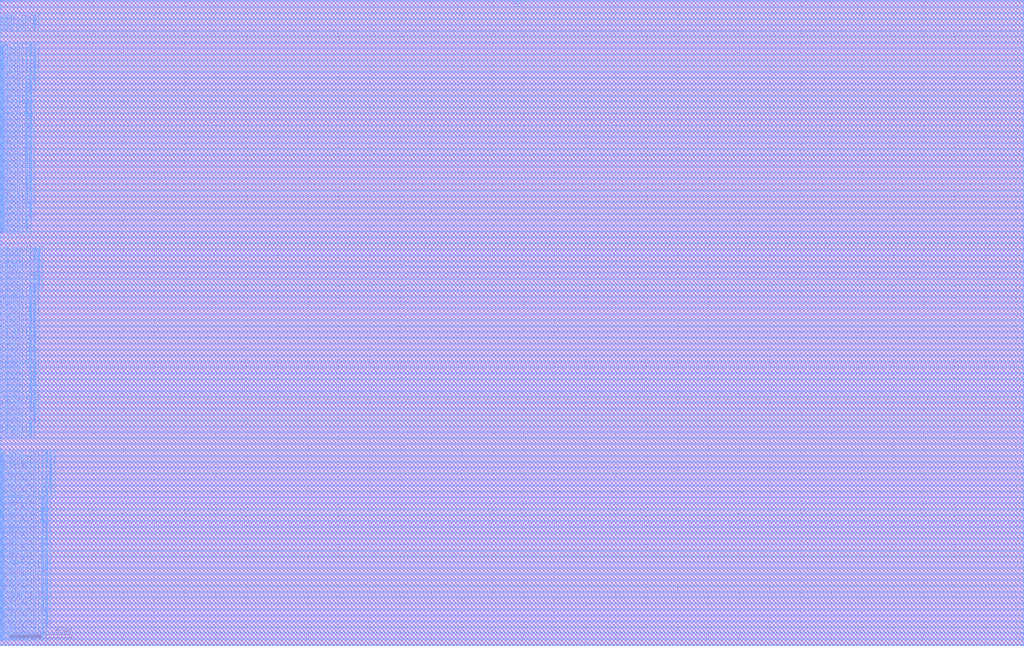
<source format=lef>
# Generated by FakeRAM 2.0
VERSION 5.7 ;
BUSBITCHARS "[]" ;
PROPERTYDEFINITIONS
  MACRO width INTEGER ;
  MACRO depth INTEGER ;
  MACRO banks INTEGER ;
END PROPERTYDEFINITIONS
MACRO fakeram7_sp_512x128
  PROPERTY width 128 ;
  PROPERTY depth 512 ;
  PROPERTY banks 4 ;
  FOREIGN fakeram7_sp_512x128 0 0 ;
  SYMMETRY X Y ;
  SIZE 66.500 BY 42.000 ;
  CLASS BLOCK ;
  PIN w_mask_in[0]
    DIRECTION INPUT ;
    USE SIGNAL ;
    SHAPE ABUTMENT ;
    PORT
      LAYER M4 ;
      RECT 0.000 0.048 0.024 0.072 ;
    END
  END w_mask_in[0]
  PIN w_mask_in[1]
    DIRECTION INPUT ;
    USE SIGNAL ;
    SHAPE ABUTMENT ;
    PORT
      LAYER M4 ;
      RECT 0.000 0.144 0.024 0.168 ;
    END
  END w_mask_in[1]
  PIN w_mask_in[2]
    DIRECTION INPUT ;
    USE SIGNAL ;
    SHAPE ABUTMENT ;
    PORT
      LAYER M4 ;
      RECT 0.000 0.240 0.024 0.264 ;
    END
  END w_mask_in[2]
  PIN w_mask_in[3]
    DIRECTION INPUT ;
    USE SIGNAL ;
    SHAPE ABUTMENT ;
    PORT
      LAYER M4 ;
      RECT 0.000 0.336 0.024 0.360 ;
    END
  END w_mask_in[3]
  PIN w_mask_in[4]
    DIRECTION INPUT ;
    USE SIGNAL ;
    SHAPE ABUTMENT ;
    PORT
      LAYER M4 ;
      RECT 0.000 0.432 0.024 0.456 ;
    END
  END w_mask_in[4]
  PIN w_mask_in[5]
    DIRECTION INPUT ;
    USE SIGNAL ;
    SHAPE ABUTMENT ;
    PORT
      LAYER M4 ;
      RECT 0.000 0.528 0.024 0.552 ;
    END
  END w_mask_in[5]
  PIN w_mask_in[6]
    DIRECTION INPUT ;
    USE SIGNAL ;
    SHAPE ABUTMENT ;
    PORT
      LAYER M4 ;
      RECT 0.000 0.624 0.024 0.648 ;
    END
  END w_mask_in[6]
  PIN w_mask_in[7]
    DIRECTION INPUT ;
    USE SIGNAL ;
    SHAPE ABUTMENT ;
    PORT
      LAYER M4 ;
      RECT 0.000 0.720 0.024 0.744 ;
    END
  END w_mask_in[7]
  PIN w_mask_in[8]
    DIRECTION INPUT ;
    USE SIGNAL ;
    SHAPE ABUTMENT ;
    PORT
      LAYER M4 ;
      RECT 0.000 0.816 0.024 0.840 ;
    END
  END w_mask_in[8]
  PIN w_mask_in[9]
    DIRECTION INPUT ;
    USE SIGNAL ;
    SHAPE ABUTMENT ;
    PORT
      LAYER M4 ;
      RECT 0.000 0.912 0.024 0.936 ;
    END
  END w_mask_in[9]
  PIN w_mask_in[10]
    DIRECTION INPUT ;
    USE SIGNAL ;
    SHAPE ABUTMENT ;
    PORT
      LAYER M4 ;
      RECT 0.000 1.008 0.024 1.032 ;
    END
  END w_mask_in[10]
  PIN w_mask_in[11]
    DIRECTION INPUT ;
    USE SIGNAL ;
    SHAPE ABUTMENT ;
    PORT
      LAYER M4 ;
      RECT 0.000 1.104 0.024 1.128 ;
    END
  END w_mask_in[11]
  PIN w_mask_in[12]
    DIRECTION INPUT ;
    USE SIGNAL ;
    SHAPE ABUTMENT ;
    PORT
      LAYER M4 ;
      RECT 0.000 1.200 0.024 1.224 ;
    END
  END w_mask_in[12]
  PIN w_mask_in[13]
    DIRECTION INPUT ;
    USE SIGNAL ;
    SHAPE ABUTMENT ;
    PORT
      LAYER M4 ;
      RECT 0.000 1.296 0.024 1.320 ;
    END
  END w_mask_in[13]
  PIN w_mask_in[14]
    DIRECTION INPUT ;
    USE SIGNAL ;
    SHAPE ABUTMENT ;
    PORT
      LAYER M4 ;
      RECT 0.000 1.392 0.024 1.416 ;
    END
  END w_mask_in[14]
  PIN w_mask_in[15]
    DIRECTION INPUT ;
    USE SIGNAL ;
    SHAPE ABUTMENT ;
    PORT
      LAYER M4 ;
      RECT 0.000 1.488 0.024 1.512 ;
    END
  END w_mask_in[15]
  PIN w_mask_in[16]
    DIRECTION INPUT ;
    USE SIGNAL ;
    SHAPE ABUTMENT ;
    PORT
      LAYER M4 ;
      RECT 0.000 1.584 0.024 1.608 ;
    END
  END w_mask_in[16]
  PIN w_mask_in[17]
    DIRECTION INPUT ;
    USE SIGNAL ;
    SHAPE ABUTMENT ;
    PORT
      LAYER M4 ;
      RECT 0.000 1.680 0.024 1.704 ;
    END
  END w_mask_in[17]
  PIN w_mask_in[18]
    DIRECTION INPUT ;
    USE SIGNAL ;
    SHAPE ABUTMENT ;
    PORT
      LAYER M4 ;
      RECT 0.000 1.776 0.024 1.800 ;
    END
  END w_mask_in[18]
  PIN w_mask_in[19]
    DIRECTION INPUT ;
    USE SIGNAL ;
    SHAPE ABUTMENT ;
    PORT
      LAYER M4 ;
      RECT 0.000 1.872 0.024 1.896 ;
    END
  END w_mask_in[19]
  PIN w_mask_in[20]
    DIRECTION INPUT ;
    USE SIGNAL ;
    SHAPE ABUTMENT ;
    PORT
      LAYER M4 ;
      RECT 0.000 1.968 0.024 1.992 ;
    END
  END w_mask_in[20]
  PIN w_mask_in[21]
    DIRECTION INPUT ;
    USE SIGNAL ;
    SHAPE ABUTMENT ;
    PORT
      LAYER M4 ;
      RECT 0.000 2.064 0.024 2.088 ;
    END
  END w_mask_in[21]
  PIN w_mask_in[22]
    DIRECTION INPUT ;
    USE SIGNAL ;
    SHAPE ABUTMENT ;
    PORT
      LAYER M4 ;
      RECT 0.000 2.160 0.024 2.184 ;
    END
  END w_mask_in[22]
  PIN w_mask_in[23]
    DIRECTION INPUT ;
    USE SIGNAL ;
    SHAPE ABUTMENT ;
    PORT
      LAYER M4 ;
      RECT 0.000 2.256 0.024 2.280 ;
    END
  END w_mask_in[23]
  PIN w_mask_in[24]
    DIRECTION INPUT ;
    USE SIGNAL ;
    SHAPE ABUTMENT ;
    PORT
      LAYER M4 ;
      RECT 0.000 2.352 0.024 2.376 ;
    END
  END w_mask_in[24]
  PIN w_mask_in[25]
    DIRECTION INPUT ;
    USE SIGNAL ;
    SHAPE ABUTMENT ;
    PORT
      LAYER M4 ;
      RECT 0.000 2.448 0.024 2.472 ;
    END
  END w_mask_in[25]
  PIN w_mask_in[26]
    DIRECTION INPUT ;
    USE SIGNAL ;
    SHAPE ABUTMENT ;
    PORT
      LAYER M4 ;
      RECT 0.000 2.544 0.024 2.568 ;
    END
  END w_mask_in[26]
  PIN w_mask_in[27]
    DIRECTION INPUT ;
    USE SIGNAL ;
    SHAPE ABUTMENT ;
    PORT
      LAYER M4 ;
      RECT 0.000 2.640 0.024 2.664 ;
    END
  END w_mask_in[27]
  PIN w_mask_in[28]
    DIRECTION INPUT ;
    USE SIGNAL ;
    SHAPE ABUTMENT ;
    PORT
      LAYER M4 ;
      RECT 0.000 2.736 0.024 2.760 ;
    END
  END w_mask_in[28]
  PIN w_mask_in[29]
    DIRECTION INPUT ;
    USE SIGNAL ;
    SHAPE ABUTMENT ;
    PORT
      LAYER M4 ;
      RECT 0.000 2.832 0.024 2.856 ;
    END
  END w_mask_in[29]
  PIN w_mask_in[30]
    DIRECTION INPUT ;
    USE SIGNAL ;
    SHAPE ABUTMENT ;
    PORT
      LAYER M4 ;
      RECT 0.000 2.928 0.024 2.952 ;
    END
  END w_mask_in[30]
  PIN w_mask_in[31]
    DIRECTION INPUT ;
    USE SIGNAL ;
    SHAPE ABUTMENT ;
    PORT
      LAYER M4 ;
      RECT 0.000 3.024 0.024 3.048 ;
    END
  END w_mask_in[31]
  PIN w_mask_in[32]
    DIRECTION INPUT ;
    USE SIGNAL ;
    SHAPE ABUTMENT ;
    PORT
      LAYER M4 ;
      RECT 0.000 3.120 0.024 3.144 ;
    END
  END w_mask_in[32]
  PIN w_mask_in[33]
    DIRECTION INPUT ;
    USE SIGNAL ;
    SHAPE ABUTMENT ;
    PORT
      LAYER M4 ;
      RECT 0.000 3.216 0.024 3.240 ;
    END
  END w_mask_in[33]
  PIN w_mask_in[34]
    DIRECTION INPUT ;
    USE SIGNAL ;
    SHAPE ABUTMENT ;
    PORT
      LAYER M4 ;
      RECT 0.000 3.312 0.024 3.336 ;
    END
  END w_mask_in[34]
  PIN w_mask_in[35]
    DIRECTION INPUT ;
    USE SIGNAL ;
    SHAPE ABUTMENT ;
    PORT
      LAYER M4 ;
      RECT 0.000 3.408 0.024 3.432 ;
    END
  END w_mask_in[35]
  PIN w_mask_in[36]
    DIRECTION INPUT ;
    USE SIGNAL ;
    SHAPE ABUTMENT ;
    PORT
      LAYER M4 ;
      RECT 0.000 3.504 0.024 3.528 ;
    END
  END w_mask_in[36]
  PIN w_mask_in[37]
    DIRECTION INPUT ;
    USE SIGNAL ;
    SHAPE ABUTMENT ;
    PORT
      LAYER M4 ;
      RECT 0.000 3.600 0.024 3.624 ;
    END
  END w_mask_in[37]
  PIN w_mask_in[38]
    DIRECTION INPUT ;
    USE SIGNAL ;
    SHAPE ABUTMENT ;
    PORT
      LAYER M4 ;
      RECT 0.000 3.696 0.024 3.720 ;
    END
  END w_mask_in[38]
  PIN w_mask_in[39]
    DIRECTION INPUT ;
    USE SIGNAL ;
    SHAPE ABUTMENT ;
    PORT
      LAYER M4 ;
      RECT 0.000 3.792 0.024 3.816 ;
    END
  END w_mask_in[39]
  PIN w_mask_in[40]
    DIRECTION INPUT ;
    USE SIGNAL ;
    SHAPE ABUTMENT ;
    PORT
      LAYER M4 ;
      RECT 0.000 3.888 0.024 3.912 ;
    END
  END w_mask_in[40]
  PIN w_mask_in[41]
    DIRECTION INPUT ;
    USE SIGNAL ;
    SHAPE ABUTMENT ;
    PORT
      LAYER M4 ;
      RECT 0.000 3.984 0.024 4.008 ;
    END
  END w_mask_in[41]
  PIN w_mask_in[42]
    DIRECTION INPUT ;
    USE SIGNAL ;
    SHAPE ABUTMENT ;
    PORT
      LAYER M4 ;
      RECT 0.000 4.080 0.024 4.104 ;
    END
  END w_mask_in[42]
  PIN w_mask_in[43]
    DIRECTION INPUT ;
    USE SIGNAL ;
    SHAPE ABUTMENT ;
    PORT
      LAYER M4 ;
      RECT 0.000 4.176 0.024 4.200 ;
    END
  END w_mask_in[43]
  PIN w_mask_in[44]
    DIRECTION INPUT ;
    USE SIGNAL ;
    SHAPE ABUTMENT ;
    PORT
      LAYER M4 ;
      RECT 0.000 4.272 0.024 4.296 ;
    END
  END w_mask_in[44]
  PIN w_mask_in[45]
    DIRECTION INPUT ;
    USE SIGNAL ;
    SHAPE ABUTMENT ;
    PORT
      LAYER M4 ;
      RECT 0.000 4.368 0.024 4.392 ;
    END
  END w_mask_in[45]
  PIN w_mask_in[46]
    DIRECTION INPUT ;
    USE SIGNAL ;
    SHAPE ABUTMENT ;
    PORT
      LAYER M4 ;
      RECT 0.000 4.464 0.024 4.488 ;
    END
  END w_mask_in[46]
  PIN w_mask_in[47]
    DIRECTION INPUT ;
    USE SIGNAL ;
    SHAPE ABUTMENT ;
    PORT
      LAYER M4 ;
      RECT 0.000 4.560 0.024 4.584 ;
    END
  END w_mask_in[47]
  PIN w_mask_in[48]
    DIRECTION INPUT ;
    USE SIGNAL ;
    SHAPE ABUTMENT ;
    PORT
      LAYER M4 ;
      RECT 0.000 4.656 0.024 4.680 ;
    END
  END w_mask_in[48]
  PIN w_mask_in[49]
    DIRECTION INPUT ;
    USE SIGNAL ;
    SHAPE ABUTMENT ;
    PORT
      LAYER M4 ;
      RECT 0.000 4.752 0.024 4.776 ;
    END
  END w_mask_in[49]
  PIN w_mask_in[50]
    DIRECTION INPUT ;
    USE SIGNAL ;
    SHAPE ABUTMENT ;
    PORT
      LAYER M4 ;
      RECT 0.000 4.848 0.024 4.872 ;
    END
  END w_mask_in[50]
  PIN w_mask_in[51]
    DIRECTION INPUT ;
    USE SIGNAL ;
    SHAPE ABUTMENT ;
    PORT
      LAYER M4 ;
      RECT 0.000 4.944 0.024 4.968 ;
    END
  END w_mask_in[51]
  PIN w_mask_in[52]
    DIRECTION INPUT ;
    USE SIGNAL ;
    SHAPE ABUTMENT ;
    PORT
      LAYER M4 ;
      RECT 0.000 5.040 0.024 5.064 ;
    END
  END w_mask_in[52]
  PIN w_mask_in[53]
    DIRECTION INPUT ;
    USE SIGNAL ;
    SHAPE ABUTMENT ;
    PORT
      LAYER M4 ;
      RECT 0.000 5.136 0.024 5.160 ;
    END
  END w_mask_in[53]
  PIN w_mask_in[54]
    DIRECTION INPUT ;
    USE SIGNAL ;
    SHAPE ABUTMENT ;
    PORT
      LAYER M4 ;
      RECT 0.000 5.232 0.024 5.256 ;
    END
  END w_mask_in[54]
  PIN w_mask_in[55]
    DIRECTION INPUT ;
    USE SIGNAL ;
    SHAPE ABUTMENT ;
    PORT
      LAYER M4 ;
      RECT 0.000 5.328 0.024 5.352 ;
    END
  END w_mask_in[55]
  PIN w_mask_in[56]
    DIRECTION INPUT ;
    USE SIGNAL ;
    SHAPE ABUTMENT ;
    PORT
      LAYER M4 ;
      RECT 0.000 5.424 0.024 5.448 ;
    END
  END w_mask_in[56]
  PIN w_mask_in[57]
    DIRECTION INPUT ;
    USE SIGNAL ;
    SHAPE ABUTMENT ;
    PORT
      LAYER M4 ;
      RECT 0.000 5.520 0.024 5.544 ;
    END
  END w_mask_in[57]
  PIN w_mask_in[58]
    DIRECTION INPUT ;
    USE SIGNAL ;
    SHAPE ABUTMENT ;
    PORT
      LAYER M4 ;
      RECT 0.000 5.616 0.024 5.640 ;
    END
  END w_mask_in[58]
  PIN w_mask_in[59]
    DIRECTION INPUT ;
    USE SIGNAL ;
    SHAPE ABUTMENT ;
    PORT
      LAYER M4 ;
      RECT 0.000 5.712 0.024 5.736 ;
    END
  END w_mask_in[59]
  PIN w_mask_in[60]
    DIRECTION INPUT ;
    USE SIGNAL ;
    SHAPE ABUTMENT ;
    PORT
      LAYER M4 ;
      RECT 0.000 5.808 0.024 5.832 ;
    END
  END w_mask_in[60]
  PIN w_mask_in[61]
    DIRECTION INPUT ;
    USE SIGNAL ;
    SHAPE ABUTMENT ;
    PORT
      LAYER M4 ;
      RECT 0.000 5.904 0.024 5.928 ;
    END
  END w_mask_in[61]
  PIN w_mask_in[62]
    DIRECTION INPUT ;
    USE SIGNAL ;
    SHAPE ABUTMENT ;
    PORT
      LAYER M4 ;
      RECT 0.000 6.000 0.024 6.024 ;
    END
  END w_mask_in[62]
  PIN w_mask_in[63]
    DIRECTION INPUT ;
    USE SIGNAL ;
    SHAPE ABUTMENT ;
    PORT
      LAYER M4 ;
      RECT 0.000 6.096 0.024 6.120 ;
    END
  END w_mask_in[63]
  PIN w_mask_in[64]
    DIRECTION INPUT ;
    USE SIGNAL ;
    SHAPE ABUTMENT ;
    PORT
      LAYER M4 ;
      RECT 0.000 6.192 0.024 6.216 ;
    END
  END w_mask_in[64]
  PIN w_mask_in[65]
    DIRECTION INPUT ;
    USE SIGNAL ;
    SHAPE ABUTMENT ;
    PORT
      LAYER M4 ;
      RECT 0.000 6.288 0.024 6.312 ;
    END
  END w_mask_in[65]
  PIN w_mask_in[66]
    DIRECTION INPUT ;
    USE SIGNAL ;
    SHAPE ABUTMENT ;
    PORT
      LAYER M4 ;
      RECT 0.000 6.384 0.024 6.408 ;
    END
  END w_mask_in[66]
  PIN w_mask_in[67]
    DIRECTION INPUT ;
    USE SIGNAL ;
    SHAPE ABUTMENT ;
    PORT
      LAYER M4 ;
      RECT 0.000 6.480 0.024 6.504 ;
    END
  END w_mask_in[67]
  PIN w_mask_in[68]
    DIRECTION INPUT ;
    USE SIGNAL ;
    SHAPE ABUTMENT ;
    PORT
      LAYER M4 ;
      RECT 0.000 6.576 0.024 6.600 ;
    END
  END w_mask_in[68]
  PIN w_mask_in[69]
    DIRECTION INPUT ;
    USE SIGNAL ;
    SHAPE ABUTMENT ;
    PORT
      LAYER M4 ;
      RECT 0.000 6.672 0.024 6.696 ;
    END
  END w_mask_in[69]
  PIN w_mask_in[70]
    DIRECTION INPUT ;
    USE SIGNAL ;
    SHAPE ABUTMENT ;
    PORT
      LAYER M4 ;
      RECT 0.000 6.768 0.024 6.792 ;
    END
  END w_mask_in[70]
  PIN w_mask_in[71]
    DIRECTION INPUT ;
    USE SIGNAL ;
    SHAPE ABUTMENT ;
    PORT
      LAYER M4 ;
      RECT 0.000 6.864 0.024 6.888 ;
    END
  END w_mask_in[71]
  PIN w_mask_in[72]
    DIRECTION INPUT ;
    USE SIGNAL ;
    SHAPE ABUTMENT ;
    PORT
      LAYER M4 ;
      RECT 0.000 6.960 0.024 6.984 ;
    END
  END w_mask_in[72]
  PIN w_mask_in[73]
    DIRECTION INPUT ;
    USE SIGNAL ;
    SHAPE ABUTMENT ;
    PORT
      LAYER M4 ;
      RECT 0.000 7.056 0.024 7.080 ;
    END
  END w_mask_in[73]
  PIN w_mask_in[74]
    DIRECTION INPUT ;
    USE SIGNAL ;
    SHAPE ABUTMENT ;
    PORT
      LAYER M4 ;
      RECT 0.000 7.152 0.024 7.176 ;
    END
  END w_mask_in[74]
  PIN w_mask_in[75]
    DIRECTION INPUT ;
    USE SIGNAL ;
    SHAPE ABUTMENT ;
    PORT
      LAYER M4 ;
      RECT 0.000 7.248 0.024 7.272 ;
    END
  END w_mask_in[75]
  PIN w_mask_in[76]
    DIRECTION INPUT ;
    USE SIGNAL ;
    SHAPE ABUTMENT ;
    PORT
      LAYER M4 ;
      RECT 0.000 7.344 0.024 7.368 ;
    END
  END w_mask_in[76]
  PIN w_mask_in[77]
    DIRECTION INPUT ;
    USE SIGNAL ;
    SHAPE ABUTMENT ;
    PORT
      LAYER M4 ;
      RECT 0.000 7.440 0.024 7.464 ;
    END
  END w_mask_in[77]
  PIN w_mask_in[78]
    DIRECTION INPUT ;
    USE SIGNAL ;
    SHAPE ABUTMENT ;
    PORT
      LAYER M4 ;
      RECT 0.000 7.536 0.024 7.560 ;
    END
  END w_mask_in[78]
  PIN w_mask_in[79]
    DIRECTION INPUT ;
    USE SIGNAL ;
    SHAPE ABUTMENT ;
    PORT
      LAYER M4 ;
      RECT 0.000 7.632 0.024 7.656 ;
    END
  END w_mask_in[79]
  PIN w_mask_in[80]
    DIRECTION INPUT ;
    USE SIGNAL ;
    SHAPE ABUTMENT ;
    PORT
      LAYER M4 ;
      RECT 0.000 7.728 0.024 7.752 ;
    END
  END w_mask_in[80]
  PIN w_mask_in[81]
    DIRECTION INPUT ;
    USE SIGNAL ;
    SHAPE ABUTMENT ;
    PORT
      LAYER M4 ;
      RECT 0.000 7.824 0.024 7.848 ;
    END
  END w_mask_in[81]
  PIN w_mask_in[82]
    DIRECTION INPUT ;
    USE SIGNAL ;
    SHAPE ABUTMENT ;
    PORT
      LAYER M4 ;
      RECT 0.000 7.920 0.024 7.944 ;
    END
  END w_mask_in[82]
  PIN w_mask_in[83]
    DIRECTION INPUT ;
    USE SIGNAL ;
    SHAPE ABUTMENT ;
    PORT
      LAYER M4 ;
      RECT 0.000 8.016 0.024 8.040 ;
    END
  END w_mask_in[83]
  PIN w_mask_in[84]
    DIRECTION INPUT ;
    USE SIGNAL ;
    SHAPE ABUTMENT ;
    PORT
      LAYER M4 ;
      RECT 0.000 8.112 0.024 8.136 ;
    END
  END w_mask_in[84]
  PIN w_mask_in[85]
    DIRECTION INPUT ;
    USE SIGNAL ;
    SHAPE ABUTMENT ;
    PORT
      LAYER M4 ;
      RECT 0.000 8.208 0.024 8.232 ;
    END
  END w_mask_in[85]
  PIN w_mask_in[86]
    DIRECTION INPUT ;
    USE SIGNAL ;
    SHAPE ABUTMENT ;
    PORT
      LAYER M4 ;
      RECT 0.000 8.304 0.024 8.328 ;
    END
  END w_mask_in[86]
  PIN w_mask_in[87]
    DIRECTION INPUT ;
    USE SIGNAL ;
    SHAPE ABUTMENT ;
    PORT
      LAYER M4 ;
      RECT 0.000 8.400 0.024 8.424 ;
    END
  END w_mask_in[87]
  PIN w_mask_in[88]
    DIRECTION INPUT ;
    USE SIGNAL ;
    SHAPE ABUTMENT ;
    PORT
      LAYER M4 ;
      RECT 0.000 8.496 0.024 8.520 ;
    END
  END w_mask_in[88]
  PIN w_mask_in[89]
    DIRECTION INPUT ;
    USE SIGNAL ;
    SHAPE ABUTMENT ;
    PORT
      LAYER M4 ;
      RECT 0.000 8.592 0.024 8.616 ;
    END
  END w_mask_in[89]
  PIN w_mask_in[90]
    DIRECTION INPUT ;
    USE SIGNAL ;
    SHAPE ABUTMENT ;
    PORT
      LAYER M4 ;
      RECT 0.000 8.688 0.024 8.712 ;
    END
  END w_mask_in[90]
  PIN w_mask_in[91]
    DIRECTION INPUT ;
    USE SIGNAL ;
    SHAPE ABUTMENT ;
    PORT
      LAYER M4 ;
      RECT 0.000 8.784 0.024 8.808 ;
    END
  END w_mask_in[91]
  PIN w_mask_in[92]
    DIRECTION INPUT ;
    USE SIGNAL ;
    SHAPE ABUTMENT ;
    PORT
      LAYER M4 ;
      RECT 0.000 8.880 0.024 8.904 ;
    END
  END w_mask_in[92]
  PIN w_mask_in[93]
    DIRECTION INPUT ;
    USE SIGNAL ;
    SHAPE ABUTMENT ;
    PORT
      LAYER M4 ;
      RECT 0.000 8.976 0.024 9.000 ;
    END
  END w_mask_in[93]
  PIN w_mask_in[94]
    DIRECTION INPUT ;
    USE SIGNAL ;
    SHAPE ABUTMENT ;
    PORT
      LAYER M4 ;
      RECT 0.000 9.072 0.024 9.096 ;
    END
  END w_mask_in[94]
  PIN w_mask_in[95]
    DIRECTION INPUT ;
    USE SIGNAL ;
    SHAPE ABUTMENT ;
    PORT
      LAYER M4 ;
      RECT 0.000 9.168 0.024 9.192 ;
    END
  END w_mask_in[95]
  PIN w_mask_in[96]
    DIRECTION INPUT ;
    USE SIGNAL ;
    SHAPE ABUTMENT ;
    PORT
      LAYER M4 ;
      RECT 0.000 9.264 0.024 9.288 ;
    END
  END w_mask_in[96]
  PIN w_mask_in[97]
    DIRECTION INPUT ;
    USE SIGNAL ;
    SHAPE ABUTMENT ;
    PORT
      LAYER M4 ;
      RECT 0.000 9.360 0.024 9.384 ;
    END
  END w_mask_in[97]
  PIN w_mask_in[98]
    DIRECTION INPUT ;
    USE SIGNAL ;
    SHAPE ABUTMENT ;
    PORT
      LAYER M4 ;
      RECT 0.000 9.456 0.024 9.480 ;
    END
  END w_mask_in[98]
  PIN w_mask_in[99]
    DIRECTION INPUT ;
    USE SIGNAL ;
    SHAPE ABUTMENT ;
    PORT
      LAYER M4 ;
      RECT 0.000 9.552 0.024 9.576 ;
    END
  END w_mask_in[99]
  PIN w_mask_in[100]
    DIRECTION INPUT ;
    USE SIGNAL ;
    SHAPE ABUTMENT ;
    PORT
      LAYER M4 ;
      RECT 0.000 9.648 0.024 9.672 ;
    END
  END w_mask_in[100]
  PIN w_mask_in[101]
    DIRECTION INPUT ;
    USE SIGNAL ;
    SHAPE ABUTMENT ;
    PORT
      LAYER M4 ;
      RECT 0.000 9.744 0.024 9.768 ;
    END
  END w_mask_in[101]
  PIN w_mask_in[102]
    DIRECTION INPUT ;
    USE SIGNAL ;
    SHAPE ABUTMENT ;
    PORT
      LAYER M4 ;
      RECT 0.000 9.840 0.024 9.864 ;
    END
  END w_mask_in[102]
  PIN w_mask_in[103]
    DIRECTION INPUT ;
    USE SIGNAL ;
    SHAPE ABUTMENT ;
    PORT
      LAYER M4 ;
      RECT 0.000 9.936 0.024 9.960 ;
    END
  END w_mask_in[103]
  PIN w_mask_in[104]
    DIRECTION INPUT ;
    USE SIGNAL ;
    SHAPE ABUTMENT ;
    PORT
      LAYER M4 ;
      RECT 0.000 10.032 0.024 10.056 ;
    END
  END w_mask_in[104]
  PIN w_mask_in[105]
    DIRECTION INPUT ;
    USE SIGNAL ;
    SHAPE ABUTMENT ;
    PORT
      LAYER M4 ;
      RECT 0.000 10.128 0.024 10.152 ;
    END
  END w_mask_in[105]
  PIN w_mask_in[106]
    DIRECTION INPUT ;
    USE SIGNAL ;
    SHAPE ABUTMENT ;
    PORT
      LAYER M4 ;
      RECT 0.000 10.224 0.024 10.248 ;
    END
  END w_mask_in[106]
  PIN w_mask_in[107]
    DIRECTION INPUT ;
    USE SIGNAL ;
    SHAPE ABUTMENT ;
    PORT
      LAYER M4 ;
      RECT 0.000 10.320 0.024 10.344 ;
    END
  END w_mask_in[107]
  PIN w_mask_in[108]
    DIRECTION INPUT ;
    USE SIGNAL ;
    SHAPE ABUTMENT ;
    PORT
      LAYER M4 ;
      RECT 0.000 10.416 0.024 10.440 ;
    END
  END w_mask_in[108]
  PIN w_mask_in[109]
    DIRECTION INPUT ;
    USE SIGNAL ;
    SHAPE ABUTMENT ;
    PORT
      LAYER M4 ;
      RECT 0.000 10.512 0.024 10.536 ;
    END
  END w_mask_in[109]
  PIN w_mask_in[110]
    DIRECTION INPUT ;
    USE SIGNAL ;
    SHAPE ABUTMENT ;
    PORT
      LAYER M4 ;
      RECT 0.000 10.608 0.024 10.632 ;
    END
  END w_mask_in[110]
  PIN w_mask_in[111]
    DIRECTION INPUT ;
    USE SIGNAL ;
    SHAPE ABUTMENT ;
    PORT
      LAYER M4 ;
      RECT 0.000 10.704 0.024 10.728 ;
    END
  END w_mask_in[111]
  PIN w_mask_in[112]
    DIRECTION INPUT ;
    USE SIGNAL ;
    SHAPE ABUTMENT ;
    PORT
      LAYER M4 ;
      RECT 0.000 10.800 0.024 10.824 ;
    END
  END w_mask_in[112]
  PIN w_mask_in[113]
    DIRECTION INPUT ;
    USE SIGNAL ;
    SHAPE ABUTMENT ;
    PORT
      LAYER M4 ;
      RECT 0.000 10.896 0.024 10.920 ;
    END
  END w_mask_in[113]
  PIN w_mask_in[114]
    DIRECTION INPUT ;
    USE SIGNAL ;
    SHAPE ABUTMENT ;
    PORT
      LAYER M4 ;
      RECT 0.000 10.992 0.024 11.016 ;
    END
  END w_mask_in[114]
  PIN w_mask_in[115]
    DIRECTION INPUT ;
    USE SIGNAL ;
    SHAPE ABUTMENT ;
    PORT
      LAYER M4 ;
      RECT 0.000 11.088 0.024 11.112 ;
    END
  END w_mask_in[115]
  PIN w_mask_in[116]
    DIRECTION INPUT ;
    USE SIGNAL ;
    SHAPE ABUTMENT ;
    PORT
      LAYER M4 ;
      RECT 0.000 11.184 0.024 11.208 ;
    END
  END w_mask_in[116]
  PIN w_mask_in[117]
    DIRECTION INPUT ;
    USE SIGNAL ;
    SHAPE ABUTMENT ;
    PORT
      LAYER M4 ;
      RECT 0.000 11.280 0.024 11.304 ;
    END
  END w_mask_in[117]
  PIN w_mask_in[118]
    DIRECTION INPUT ;
    USE SIGNAL ;
    SHAPE ABUTMENT ;
    PORT
      LAYER M4 ;
      RECT 0.000 11.376 0.024 11.400 ;
    END
  END w_mask_in[118]
  PIN w_mask_in[119]
    DIRECTION INPUT ;
    USE SIGNAL ;
    SHAPE ABUTMENT ;
    PORT
      LAYER M4 ;
      RECT 0.000 11.472 0.024 11.496 ;
    END
  END w_mask_in[119]
  PIN w_mask_in[120]
    DIRECTION INPUT ;
    USE SIGNAL ;
    SHAPE ABUTMENT ;
    PORT
      LAYER M4 ;
      RECT 0.000 11.568 0.024 11.592 ;
    END
  END w_mask_in[120]
  PIN w_mask_in[121]
    DIRECTION INPUT ;
    USE SIGNAL ;
    SHAPE ABUTMENT ;
    PORT
      LAYER M4 ;
      RECT 0.000 11.664 0.024 11.688 ;
    END
  END w_mask_in[121]
  PIN w_mask_in[122]
    DIRECTION INPUT ;
    USE SIGNAL ;
    SHAPE ABUTMENT ;
    PORT
      LAYER M4 ;
      RECT 0.000 11.760 0.024 11.784 ;
    END
  END w_mask_in[122]
  PIN w_mask_in[123]
    DIRECTION INPUT ;
    USE SIGNAL ;
    SHAPE ABUTMENT ;
    PORT
      LAYER M4 ;
      RECT 0.000 11.856 0.024 11.880 ;
    END
  END w_mask_in[123]
  PIN w_mask_in[124]
    DIRECTION INPUT ;
    USE SIGNAL ;
    SHAPE ABUTMENT ;
    PORT
      LAYER M4 ;
      RECT 0.000 11.952 0.024 11.976 ;
    END
  END w_mask_in[124]
  PIN w_mask_in[125]
    DIRECTION INPUT ;
    USE SIGNAL ;
    SHAPE ABUTMENT ;
    PORT
      LAYER M4 ;
      RECT 0.000 12.048 0.024 12.072 ;
    END
  END w_mask_in[125]
  PIN w_mask_in[126]
    DIRECTION INPUT ;
    USE SIGNAL ;
    SHAPE ABUTMENT ;
    PORT
      LAYER M4 ;
      RECT 0.000 12.144 0.024 12.168 ;
    END
  END w_mask_in[126]
  PIN w_mask_in[127]
    DIRECTION INPUT ;
    USE SIGNAL ;
    SHAPE ABUTMENT ;
    PORT
      LAYER M4 ;
      RECT 0.000 12.240 0.024 12.264 ;
    END
  END w_mask_in[127]
  PIN rd_out[0]
    DIRECTION OUTPUT ;
    USE SIGNAL ;
    SHAPE ABUTMENT ;
    PORT
      LAYER M4 ;
      RECT 0.000 13.296 0.024 13.320 ;
    END
  END rd_out[0]
  PIN rd_out[1]
    DIRECTION OUTPUT ;
    USE SIGNAL ;
    SHAPE ABUTMENT ;
    PORT
      LAYER M4 ;
      RECT 0.000 13.392 0.024 13.416 ;
    END
  END rd_out[1]
  PIN rd_out[2]
    DIRECTION OUTPUT ;
    USE SIGNAL ;
    SHAPE ABUTMENT ;
    PORT
      LAYER M4 ;
      RECT 0.000 13.488 0.024 13.512 ;
    END
  END rd_out[2]
  PIN rd_out[3]
    DIRECTION OUTPUT ;
    USE SIGNAL ;
    SHAPE ABUTMENT ;
    PORT
      LAYER M4 ;
      RECT 0.000 13.584 0.024 13.608 ;
    END
  END rd_out[3]
  PIN rd_out[4]
    DIRECTION OUTPUT ;
    USE SIGNAL ;
    SHAPE ABUTMENT ;
    PORT
      LAYER M4 ;
      RECT 0.000 13.680 0.024 13.704 ;
    END
  END rd_out[4]
  PIN rd_out[5]
    DIRECTION OUTPUT ;
    USE SIGNAL ;
    SHAPE ABUTMENT ;
    PORT
      LAYER M4 ;
      RECT 0.000 13.776 0.024 13.800 ;
    END
  END rd_out[5]
  PIN rd_out[6]
    DIRECTION OUTPUT ;
    USE SIGNAL ;
    SHAPE ABUTMENT ;
    PORT
      LAYER M4 ;
      RECT 0.000 13.872 0.024 13.896 ;
    END
  END rd_out[6]
  PIN rd_out[7]
    DIRECTION OUTPUT ;
    USE SIGNAL ;
    SHAPE ABUTMENT ;
    PORT
      LAYER M4 ;
      RECT 0.000 13.968 0.024 13.992 ;
    END
  END rd_out[7]
  PIN rd_out[8]
    DIRECTION OUTPUT ;
    USE SIGNAL ;
    SHAPE ABUTMENT ;
    PORT
      LAYER M4 ;
      RECT 0.000 14.064 0.024 14.088 ;
    END
  END rd_out[8]
  PIN rd_out[9]
    DIRECTION OUTPUT ;
    USE SIGNAL ;
    SHAPE ABUTMENT ;
    PORT
      LAYER M4 ;
      RECT 0.000 14.160 0.024 14.184 ;
    END
  END rd_out[9]
  PIN rd_out[10]
    DIRECTION OUTPUT ;
    USE SIGNAL ;
    SHAPE ABUTMENT ;
    PORT
      LAYER M4 ;
      RECT 0.000 14.256 0.024 14.280 ;
    END
  END rd_out[10]
  PIN rd_out[11]
    DIRECTION OUTPUT ;
    USE SIGNAL ;
    SHAPE ABUTMENT ;
    PORT
      LAYER M4 ;
      RECT 0.000 14.352 0.024 14.376 ;
    END
  END rd_out[11]
  PIN rd_out[12]
    DIRECTION OUTPUT ;
    USE SIGNAL ;
    SHAPE ABUTMENT ;
    PORT
      LAYER M4 ;
      RECT 0.000 14.448 0.024 14.472 ;
    END
  END rd_out[12]
  PIN rd_out[13]
    DIRECTION OUTPUT ;
    USE SIGNAL ;
    SHAPE ABUTMENT ;
    PORT
      LAYER M4 ;
      RECT 0.000 14.544 0.024 14.568 ;
    END
  END rd_out[13]
  PIN rd_out[14]
    DIRECTION OUTPUT ;
    USE SIGNAL ;
    SHAPE ABUTMENT ;
    PORT
      LAYER M4 ;
      RECT 0.000 14.640 0.024 14.664 ;
    END
  END rd_out[14]
  PIN rd_out[15]
    DIRECTION OUTPUT ;
    USE SIGNAL ;
    SHAPE ABUTMENT ;
    PORT
      LAYER M4 ;
      RECT 0.000 14.736 0.024 14.760 ;
    END
  END rd_out[15]
  PIN rd_out[16]
    DIRECTION OUTPUT ;
    USE SIGNAL ;
    SHAPE ABUTMENT ;
    PORT
      LAYER M4 ;
      RECT 0.000 14.832 0.024 14.856 ;
    END
  END rd_out[16]
  PIN rd_out[17]
    DIRECTION OUTPUT ;
    USE SIGNAL ;
    SHAPE ABUTMENT ;
    PORT
      LAYER M4 ;
      RECT 0.000 14.928 0.024 14.952 ;
    END
  END rd_out[17]
  PIN rd_out[18]
    DIRECTION OUTPUT ;
    USE SIGNAL ;
    SHAPE ABUTMENT ;
    PORT
      LAYER M4 ;
      RECT 0.000 15.024 0.024 15.048 ;
    END
  END rd_out[18]
  PIN rd_out[19]
    DIRECTION OUTPUT ;
    USE SIGNAL ;
    SHAPE ABUTMENT ;
    PORT
      LAYER M4 ;
      RECT 0.000 15.120 0.024 15.144 ;
    END
  END rd_out[19]
  PIN rd_out[20]
    DIRECTION OUTPUT ;
    USE SIGNAL ;
    SHAPE ABUTMENT ;
    PORT
      LAYER M4 ;
      RECT 0.000 15.216 0.024 15.240 ;
    END
  END rd_out[20]
  PIN rd_out[21]
    DIRECTION OUTPUT ;
    USE SIGNAL ;
    SHAPE ABUTMENT ;
    PORT
      LAYER M4 ;
      RECT 0.000 15.312 0.024 15.336 ;
    END
  END rd_out[21]
  PIN rd_out[22]
    DIRECTION OUTPUT ;
    USE SIGNAL ;
    SHAPE ABUTMENT ;
    PORT
      LAYER M4 ;
      RECT 0.000 15.408 0.024 15.432 ;
    END
  END rd_out[22]
  PIN rd_out[23]
    DIRECTION OUTPUT ;
    USE SIGNAL ;
    SHAPE ABUTMENT ;
    PORT
      LAYER M4 ;
      RECT 0.000 15.504 0.024 15.528 ;
    END
  END rd_out[23]
  PIN rd_out[24]
    DIRECTION OUTPUT ;
    USE SIGNAL ;
    SHAPE ABUTMENT ;
    PORT
      LAYER M4 ;
      RECT 0.000 15.600 0.024 15.624 ;
    END
  END rd_out[24]
  PIN rd_out[25]
    DIRECTION OUTPUT ;
    USE SIGNAL ;
    SHAPE ABUTMENT ;
    PORT
      LAYER M4 ;
      RECT 0.000 15.696 0.024 15.720 ;
    END
  END rd_out[25]
  PIN rd_out[26]
    DIRECTION OUTPUT ;
    USE SIGNAL ;
    SHAPE ABUTMENT ;
    PORT
      LAYER M4 ;
      RECT 0.000 15.792 0.024 15.816 ;
    END
  END rd_out[26]
  PIN rd_out[27]
    DIRECTION OUTPUT ;
    USE SIGNAL ;
    SHAPE ABUTMENT ;
    PORT
      LAYER M4 ;
      RECT 0.000 15.888 0.024 15.912 ;
    END
  END rd_out[27]
  PIN rd_out[28]
    DIRECTION OUTPUT ;
    USE SIGNAL ;
    SHAPE ABUTMENT ;
    PORT
      LAYER M4 ;
      RECT 0.000 15.984 0.024 16.008 ;
    END
  END rd_out[28]
  PIN rd_out[29]
    DIRECTION OUTPUT ;
    USE SIGNAL ;
    SHAPE ABUTMENT ;
    PORT
      LAYER M4 ;
      RECT 0.000 16.080 0.024 16.104 ;
    END
  END rd_out[29]
  PIN rd_out[30]
    DIRECTION OUTPUT ;
    USE SIGNAL ;
    SHAPE ABUTMENT ;
    PORT
      LAYER M4 ;
      RECT 0.000 16.176 0.024 16.200 ;
    END
  END rd_out[30]
  PIN rd_out[31]
    DIRECTION OUTPUT ;
    USE SIGNAL ;
    SHAPE ABUTMENT ;
    PORT
      LAYER M4 ;
      RECT 0.000 16.272 0.024 16.296 ;
    END
  END rd_out[31]
  PIN rd_out[32]
    DIRECTION OUTPUT ;
    USE SIGNAL ;
    SHAPE ABUTMENT ;
    PORT
      LAYER M4 ;
      RECT 0.000 16.368 0.024 16.392 ;
    END
  END rd_out[32]
  PIN rd_out[33]
    DIRECTION OUTPUT ;
    USE SIGNAL ;
    SHAPE ABUTMENT ;
    PORT
      LAYER M4 ;
      RECT 0.000 16.464 0.024 16.488 ;
    END
  END rd_out[33]
  PIN rd_out[34]
    DIRECTION OUTPUT ;
    USE SIGNAL ;
    SHAPE ABUTMENT ;
    PORT
      LAYER M4 ;
      RECT 0.000 16.560 0.024 16.584 ;
    END
  END rd_out[34]
  PIN rd_out[35]
    DIRECTION OUTPUT ;
    USE SIGNAL ;
    SHAPE ABUTMENT ;
    PORT
      LAYER M4 ;
      RECT 0.000 16.656 0.024 16.680 ;
    END
  END rd_out[35]
  PIN rd_out[36]
    DIRECTION OUTPUT ;
    USE SIGNAL ;
    SHAPE ABUTMENT ;
    PORT
      LAYER M4 ;
      RECT 0.000 16.752 0.024 16.776 ;
    END
  END rd_out[36]
  PIN rd_out[37]
    DIRECTION OUTPUT ;
    USE SIGNAL ;
    SHAPE ABUTMENT ;
    PORT
      LAYER M4 ;
      RECT 0.000 16.848 0.024 16.872 ;
    END
  END rd_out[37]
  PIN rd_out[38]
    DIRECTION OUTPUT ;
    USE SIGNAL ;
    SHAPE ABUTMENT ;
    PORT
      LAYER M4 ;
      RECT 0.000 16.944 0.024 16.968 ;
    END
  END rd_out[38]
  PIN rd_out[39]
    DIRECTION OUTPUT ;
    USE SIGNAL ;
    SHAPE ABUTMENT ;
    PORT
      LAYER M4 ;
      RECT 0.000 17.040 0.024 17.064 ;
    END
  END rd_out[39]
  PIN rd_out[40]
    DIRECTION OUTPUT ;
    USE SIGNAL ;
    SHAPE ABUTMENT ;
    PORT
      LAYER M4 ;
      RECT 0.000 17.136 0.024 17.160 ;
    END
  END rd_out[40]
  PIN rd_out[41]
    DIRECTION OUTPUT ;
    USE SIGNAL ;
    SHAPE ABUTMENT ;
    PORT
      LAYER M4 ;
      RECT 0.000 17.232 0.024 17.256 ;
    END
  END rd_out[41]
  PIN rd_out[42]
    DIRECTION OUTPUT ;
    USE SIGNAL ;
    SHAPE ABUTMENT ;
    PORT
      LAYER M4 ;
      RECT 0.000 17.328 0.024 17.352 ;
    END
  END rd_out[42]
  PIN rd_out[43]
    DIRECTION OUTPUT ;
    USE SIGNAL ;
    SHAPE ABUTMENT ;
    PORT
      LAYER M4 ;
      RECT 0.000 17.424 0.024 17.448 ;
    END
  END rd_out[43]
  PIN rd_out[44]
    DIRECTION OUTPUT ;
    USE SIGNAL ;
    SHAPE ABUTMENT ;
    PORT
      LAYER M4 ;
      RECT 0.000 17.520 0.024 17.544 ;
    END
  END rd_out[44]
  PIN rd_out[45]
    DIRECTION OUTPUT ;
    USE SIGNAL ;
    SHAPE ABUTMENT ;
    PORT
      LAYER M4 ;
      RECT 0.000 17.616 0.024 17.640 ;
    END
  END rd_out[45]
  PIN rd_out[46]
    DIRECTION OUTPUT ;
    USE SIGNAL ;
    SHAPE ABUTMENT ;
    PORT
      LAYER M4 ;
      RECT 0.000 17.712 0.024 17.736 ;
    END
  END rd_out[46]
  PIN rd_out[47]
    DIRECTION OUTPUT ;
    USE SIGNAL ;
    SHAPE ABUTMENT ;
    PORT
      LAYER M4 ;
      RECT 0.000 17.808 0.024 17.832 ;
    END
  END rd_out[47]
  PIN rd_out[48]
    DIRECTION OUTPUT ;
    USE SIGNAL ;
    SHAPE ABUTMENT ;
    PORT
      LAYER M4 ;
      RECT 0.000 17.904 0.024 17.928 ;
    END
  END rd_out[48]
  PIN rd_out[49]
    DIRECTION OUTPUT ;
    USE SIGNAL ;
    SHAPE ABUTMENT ;
    PORT
      LAYER M4 ;
      RECT 0.000 18.000 0.024 18.024 ;
    END
  END rd_out[49]
  PIN rd_out[50]
    DIRECTION OUTPUT ;
    USE SIGNAL ;
    SHAPE ABUTMENT ;
    PORT
      LAYER M4 ;
      RECT 0.000 18.096 0.024 18.120 ;
    END
  END rd_out[50]
  PIN rd_out[51]
    DIRECTION OUTPUT ;
    USE SIGNAL ;
    SHAPE ABUTMENT ;
    PORT
      LAYER M4 ;
      RECT 0.000 18.192 0.024 18.216 ;
    END
  END rd_out[51]
  PIN rd_out[52]
    DIRECTION OUTPUT ;
    USE SIGNAL ;
    SHAPE ABUTMENT ;
    PORT
      LAYER M4 ;
      RECT 0.000 18.288 0.024 18.312 ;
    END
  END rd_out[52]
  PIN rd_out[53]
    DIRECTION OUTPUT ;
    USE SIGNAL ;
    SHAPE ABUTMENT ;
    PORT
      LAYER M4 ;
      RECT 0.000 18.384 0.024 18.408 ;
    END
  END rd_out[53]
  PIN rd_out[54]
    DIRECTION OUTPUT ;
    USE SIGNAL ;
    SHAPE ABUTMENT ;
    PORT
      LAYER M4 ;
      RECT 0.000 18.480 0.024 18.504 ;
    END
  END rd_out[54]
  PIN rd_out[55]
    DIRECTION OUTPUT ;
    USE SIGNAL ;
    SHAPE ABUTMENT ;
    PORT
      LAYER M4 ;
      RECT 0.000 18.576 0.024 18.600 ;
    END
  END rd_out[55]
  PIN rd_out[56]
    DIRECTION OUTPUT ;
    USE SIGNAL ;
    SHAPE ABUTMENT ;
    PORT
      LAYER M4 ;
      RECT 0.000 18.672 0.024 18.696 ;
    END
  END rd_out[56]
  PIN rd_out[57]
    DIRECTION OUTPUT ;
    USE SIGNAL ;
    SHAPE ABUTMENT ;
    PORT
      LAYER M4 ;
      RECT 0.000 18.768 0.024 18.792 ;
    END
  END rd_out[57]
  PIN rd_out[58]
    DIRECTION OUTPUT ;
    USE SIGNAL ;
    SHAPE ABUTMENT ;
    PORT
      LAYER M4 ;
      RECT 0.000 18.864 0.024 18.888 ;
    END
  END rd_out[58]
  PIN rd_out[59]
    DIRECTION OUTPUT ;
    USE SIGNAL ;
    SHAPE ABUTMENT ;
    PORT
      LAYER M4 ;
      RECT 0.000 18.960 0.024 18.984 ;
    END
  END rd_out[59]
  PIN rd_out[60]
    DIRECTION OUTPUT ;
    USE SIGNAL ;
    SHAPE ABUTMENT ;
    PORT
      LAYER M4 ;
      RECT 0.000 19.056 0.024 19.080 ;
    END
  END rd_out[60]
  PIN rd_out[61]
    DIRECTION OUTPUT ;
    USE SIGNAL ;
    SHAPE ABUTMENT ;
    PORT
      LAYER M4 ;
      RECT 0.000 19.152 0.024 19.176 ;
    END
  END rd_out[61]
  PIN rd_out[62]
    DIRECTION OUTPUT ;
    USE SIGNAL ;
    SHAPE ABUTMENT ;
    PORT
      LAYER M4 ;
      RECT 0.000 19.248 0.024 19.272 ;
    END
  END rd_out[62]
  PIN rd_out[63]
    DIRECTION OUTPUT ;
    USE SIGNAL ;
    SHAPE ABUTMENT ;
    PORT
      LAYER M4 ;
      RECT 0.000 19.344 0.024 19.368 ;
    END
  END rd_out[63]
  PIN rd_out[64]
    DIRECTION OUTPUT ;
    USE SIGNAL ;
    SHAPE ABUTMENT ;
    PORT
      LAYER M4 ;
      RECT 0.000 19.440 0.024 19.464 ;
    END
  END rd_out[64]
  PIN rd_out[65]
    DIRECTION OUTPUT ;
    USE SIGNAL ;
    SHAPE ABUTMENT ;
    PORT
      LAYER M4 ;
      RECT 0.000 19.536 0.024 19.560 ;
    END
  END rd_out[65]
  PIN rd_out[66]
    DIRECTION OUTPUT ;
    USE SIGNAL ;
    SHAPE ABUTMENT ;
    PORT
      LAYER M4 ;
      RECT 0.000 19.632 0.024 19.656 ;
    END
  END rd_out[66]
  PIN rd_out[67]
    DIRECTION OUTPUT ;
    USE SIGNAL ;
    SHAPE ABUTMENT ;
    PORT
      LAYER M4 ;
      RECT 0.000 19.728 0.024 19.752 ;
    END
  END rd_out[67]
  PIN rd_out[68]
    DIRECTION OUTPUT ;
    USE SIGNAL ;
    SHAPE ABUTMENT ;
    PORT
      LAYER M4 ;
      RECT 0.000 19.824 0.024 19.848 ;
    END
  END rd_out[68]
  PIN rd_out[69]
    DIRECTION OUTPUT ;
    USE SIGNAL ;
    SHAPE ABUTMENT ;
    PORT
      LAYER M4 ;
      RECT 0.000 19.920 0.024 19.944 ;
    END
  END rd_out[69]
  PIN rd_out[70]
    DIRECTION OUTPUT ;
    USE SIGNAL ;
    SHAPE ABUTMENT ;
    PORT
      LAYER M4 ;
      RECT 0.000 20.016 0.024 20.040 ;
    END
  END rd_out[70]
  PIN rd_out[71]
    DIRECTION OUTPUT ;
    USE SIGNAL ;
    SHAPE ABUTMENT ;
    PORT
      LAYER M4 ;
      RECT 0.000 20.112 0.024 20.136 ;
    END
  END rd_out[71]
  PIN rd_out[72]
    DIRECTION OUTPUT ;
    USE SIGNAL ;
    SHAPE ABUTMENT ;
    PORT
      LAYER M4 ;
      RECT 0.000 20.208 0.024 20.232 ;
    END
  END rd_out[72]
  PIN rd_out[73]
    DIRECTION OUTPUT ;
    USE SIGNAL ;
    SHAPE ABUTMENT ;
    PORT
      LAYER M4 ;
      RECT 0.000 20.304 0.024 20.328 ;
    END
  END rd_out[73]
  PIN rd_out[74]
    DIRECTION OUTPUT ;
    USE SIGNAL ;
    SHAPE ABUTMENT ;
    PORT
      LAYER M4 ;
      RECT 0.000 20.400 0.024 20.424 ;
    END
  END rd_out[74]
  PIN rd_out[75]
    DIRECTION OUTPUT ;
    USE SIGNAL ;
    SHAPE ABUTMENT ;
    PORT
      LAYER M4 ;
      RECT 0.000 20.496 0.024 20.520 ;
    END
  END rd_out[75]
  PIN rd_out[76]
    DIRECTION OUTPUT ;
    USE SIGNAL ;
    SHAPE ABUTMENT ;
    PORT
      LAYER M4 ;
      RECT 0.000 20.592 0.024 20.616 ;
    END
  END rd_out[76]
  PIN rd_out[77]
    DIRECTION OUTPUT ;
    USE SIGNAL ;
    SHAPE ABUTMENT ;
    PORT
      LAYER M4 ;
      RECT 0.000 20.688 0.024 20.712 ;
    END
  END rd_out[77]
  PIN rd_out[78]
    DIRECTION OUTPUT ;
    USE SIGNAL ;
    SHAPE ABUTMENT ;
    PORT
      LAYER M4 ;
      RECT 0.000 20.784 0.024 20.808 ;
    END
  END rd_out[78]
  PIN rd_out[79]
    DIRECTION OUTPUT ;
    USE SIGNAL ;
    SHAPE ABUTMENT ;
    PORT
      LAYER M4 ;
      RECT 0.000 20.880 0.024 20.904 ;
    END
  END rd_out[79]
  PIN rd_out[80]
    DIRECTION OUTPUT ;
    USE SIGNAL ;
    SHAPE ABUTMENT ;
    PORT
      LAYER M4 ;
      RECT 0.000 20.976 0.024 21.000 ;
    END
  END rd_out[80]
  PIN rd_out[81]
    DIRECTION OUTPUT ;
    USE SIGNAL ;
    SHAPE ABUTMENT ;
    PORT
      LAYER M4 ;
      RECT 0.000 21.072 0.024 21.096 ;
    END
  END rd_out[81]
  PIN rd_out[82]
    DIRECTION OUTPUT ;
    USE SIGNAL ;
    SHAPE ABUTMENT ;
    PORT
      LAYER M4 ;
      RECT 0.000 21.168 0.024 21.192 ;
    END
  END rd_out[82]
  PIN rd_out[83]
    DIRECTION OUTPUT ;
    USE SIGNAL ;
    SHAPE ABUTMENT ;
    PORT
      LAYER M4 ;
      RECT 0.000 21.264 0.024 21.288 ;
    END
  END rd_out[83]
  PIN rd_out[84]
    DIRECTION OUTPUT ;
    USE SIGNAL ;
    SHAPE ABUTMENT ;
    PORT
      LAYER M4 ;
      RECT 0.000 21.360 0.024 21.384 ;
    END
  END rd_out[84]
  PIN rd_out[85]
    DIRECTION OUTPUT ;
    USE SIGNAL ;
    SHAPE ABUTMENT ;
    PORT
      LAYER M4 ;
      RECT 0.000 21.456 0.024 21.480 ;
    END
  END rd_out[85]
  PIN rd_out[86]
    DIRECTION OUTPUT ;
    USE SIGNAL ;
    SHAPE ABUTMENT ;
    PORT
      LAYER M4 ;
      RECT 0.000 21.552 0.024 21.576 ;
    END
  END rd_out[86]
  PIN rd_out[87]
    DIRECTION OUTPUT ;
    USE SIGNAL ;
    SHAPE ABUTMENT ;
    PORT
      LAYER M4 ;
      RECT 0.000 21.648 0.024 21.672 ;
    END
  END rd_out[87]
  PIN rd_out[88]
    DIRECTION OUTPUT ;
    USE SIGNAL ;
    SHAPE ABUTMENT ;
    PORT
      LAYER M4 ;
      RECT 0.000 21.744 0.024 21.768 ;
    END
  END rd_out[88]
  PIN rd_out[89]
    DIRECTION OUTPUT ;
    USE SIGNAL ;
    SHAPE ABUTMENT ;
    PORT
      LAYER M4 ;
      RECT 0.000 21.840 0.024 21.864 ;
    END
  END rd_out[89]
  PIN rd_out[90]
    DIRECTION OUTPUT ;
    USE SIGNAL ;
    SHAPE ABUTMENT ;
    PORT
      LAYER M4 ;
      RECT 0.000 21.936 0.024 21.960 ;
    END
  END rd_out[90]
  PIN rd_out[91]
    DIRECTION OUTPUT ;
    USE SIGNAL ;
    SHAPE ABUTMENT ;
    PORT
      LAYER M4 ;
      RECT 0.000 22.032 0.024 22.056 ;
    END
  END rd_out[91]
  PIN rd_out[92]
    DIRECTION OUTPUT ;
    USE SIGNAL ;
    SHAPE ABUTMENT ;
    PORT
      LAYER M4 ;
      RECT 0.000 22.128 0.024 22.152 ;
    END
  END rd_out[92]
  PIN rd_out[93]
    DIRECTION OUTPUT ;
    USE SIGNAL ;
    SHAPE ABUTMENT ;
    PORT
      LAYER M4 ;
      RECT 0.000 22.224 0.024 22.248 ;
    END
  END rd_out[93]
  PIN rd_out[94]
    DIRECTION OUTPUT ;
    USE SIGNAL ;
    SHAPE ABUTMENT ;
    PORT
      LAYER M4 ;
      RECT 0.000 22.320 0.024 22.344 ;
    END
  END rd_out[94]
  PIN rd_out[95]
    DIRECTION OUTPUT ;
    USE SIGNAL ;
    SHAPE ABUTMENT ;
    PORT
      LAYER M4 ;
      RECT 0.000 22.416 0.024 22.440 ;
    END
  END rd_out[95]
  PIN rd_out[96]
    DIRECTION OUTPUT ;
    USE SIGNAL ;
    SHAPE ABUTMENT ;
    PORT
      LAYER M4 ;
      RECT 0.000 22.512 0.024 22.536 ;
    END
  END rd_out[96]
  PIN rd_out[97]
    DIRECTION OUTPUT ;
    USE SIGNAL ;
    SHAPE ABUTMENT ;
    PORT
      LAYER M4 ;
      RECT 0.000 22.608 0.024 22.632 ;
    END
  END rd_out[97]
  PIN rd_out[98]
    DIRECTION OUTPUT ;
    USE SIGNAL ;
    SHAPE ABUTMENT ;
    PORT
      LAYER M4 ;
      RECT 0.000 22.704 0.024 22.728 ;
    END
  END rd_out[98]
  PIN rd_out[99]
    DIRECTION OUTPUT ;
    USE SIGNAL ;
    SHAPE ABUTMENT ;
    PORT
      LAYER M4 ;
      RECT 0.000 22.800 0.024 22.824 ;
    END
  END rd_out[99]
  PIN rd_out[100]
    DIRECTION OUTPUT ;
    USE SIGNAL ;
    SHAPE ABUTMENT ;
    PORT
      LAYER M4 ;
      RECT 0.000 22.896 0.024 22.920 ;
    END
  END rd_out[100]
  PIN rd_out[101]
    DIRECTION OUTPUT ;
    USE SIGNAL ;
    SHAPE ABUTMENT ;
    PORT
      LAYER M4 ;
      RECT 0.000 22.992 0.024 23.016 ;
    END
  END rd_out[101]
  PIN rd_out[102]
    DIRECTION OUTPUT ;
    USE SIGNAL ;
    SHAPE ABUTMENT ;
    PORT
      LAYER M4 ;
      RECT 0.000 23.088 0.024 23.112 ;
    END
  END rd_out[102]
  PIN rd_out[103]
    DIRECTION OUTPUT ;
    USE SIGNAL ;
    SHAPE ABUTMENT ;
    PORT
      LAYER M4 ;
      RECT 0.000 23.184 0.024 23.208 ;
    END
  END rd_out[103]
  PIN rd_out[104]
    DIRECTION OUTPUT ;
    USE SIGNAL ;
    SHAPE ABUTMENT ;
    PORT
      LAYER M4 ;
      RECT 0.000 23.280 0.024 23.304 ;
    END
  END rd_out[104]
  PIN rd_out[105]
    DIRECTION OUTPUT ;
    USE SIGNAL ;
    SHAPE ABUTMENT ;
    PORT
      LAYER M4 ;
      RECT 0.000 23.376 0.024 23.400 ;
    END
  END rd_out[105]
  PIN rd_out[106]
    DIRECTION OUTPUT ;
    USE SIGNAL ;
    SHAPE ABUTMENT ;
    PORT
      LAYER M4 ;
      RECT 0.000 23.472 0.024 23.496 ;
    END
  END rd_out[106]
  PIN rd_out[107]
    DIRECTION OUTPUT ;
    USE SIGNAL ;
    SHAPE ABUTMENT ;
    PORT
      LAYER M4 ;
      RECT 0.000 23.568 0.024 23.592 ;
    END
  END rd_out[107]
  PIN rd_out[108]
    DIRECTION OUTPUT ;
    USE SIGNAL ;
    SHAPE ABUTMENT ;
    PORT
      LAYER M4 ;
      RECT 0.000 23.664 0.024 23.688 ;
    END
  END rd_out[108]
  PIN rd_out[109]
    DIRECTION OUTPUT ;
    USE SIGNAL ;
    SHAPE ABUTMENT ;
    PORT
      LAYER M4 ;
      RECT 0.000 23.760 0.024 23.784 ;
    END
  END rd_out[109]
  PIN rd_out[110]
    DIRECTION OUTPUT ;
    USE SIGNAL ;
    SHAPE ABUTMENT ;
    PORT
      LAYER M4 ;
      RECT 0.000 23.856 0.024 23.880 ;
    END
  END rd_out[110]
  PIN rd_out[111]
    DIRECTION OUTPUT ;
    USE SIGNAL ;
    SHAPE ABUTMENT ;
    PORT
      LAYER M4 ;
      RECT 0.000 23.952 0.024 23.976 ;
    END
  END rd_out[111]
  PIN rd_out[112]
    DIRECTION OUTPUT ;
    USE SIGNAL ;
    SHAPE ABUTMENT ;
    PORT
      LAYER M4 ;
      RECT 0.000 24.048 0.024 24.072 ;
    END
  END rd_out[112]
  PIN rd_out[113]
    DIRECTION OUTPUT ;
    USE SIGNAL ;
    SHAPE ABUTMENT ;
    PORT
      LAYER M4 ;
      RECT 0.000 24.144 0.024 24.168 ;
    END
  END rd_out[113]
  PIN rd_out[114]
    DIRECTION OUTPUT ;
    USE SIGNAL ;
    SHAPE ABUTMENT ;
    PORT
      LAYER M4 ;
      RECT 0.000 24.240 0.024 24.264 ;
    END
  END rd_out[114]
  PIN rd_out[115]
    DIRECTION OUTPUT ;
    USE SIGNAL ;
    SHAPE ABUTMENT ;
    PORT
      LAYER M4 ;
      RECT 0.000 24.336 0.024 24.360 ;
    END
  END rd_out[115]
  PIN rd_out[116]
    DIRECTION OUTPUT ;
    USE SIGNAL ;
    SHAPE ABUTMENT ;
    PORT
      LAYER M4 ;
      RECT 0.000 24.432 0.024 24.456 ;
    END
  END rd_out[116]
  PIN rd_out[117]
    DIRECTION OUTPUT ;
    USE SIGNAL ;
    SHAPE ABUTMENT ;
    PORT
      LAYER M4 ;
      RECT 0.000 24.528 0.024 24.552 ;
    END
  END rd_out[117]
  PIN rd_out[118]
    DIRECTION OUTPUT ;
    USE SIGNAL ;
    SHAPE ABUTMENT ;
    PORT
      LAYER M4 ;
      RECT 0.000 24.624 0.024 24.648 ;
    END
  END rd_out[118]
  PIN rd_out[119]
    DIRECTION OUTPUT ;
    USE SIGNAL ;
    SHAPE ABUTMENT ;
    PORT
      LAYER M4 ;
      RECT 0.000 24.720 0.024 24.744 ;
    END
  END rd_out[119]
  PIN rd_out[120]
    DIRECTION OUTPUT ;
    USE SIGNAL ;
    SHAPE ABUTMENT ;
    PORT
      LAYER M4 ;
      RECT 0.000 24.816 0.024 24.840 ;
    END
  END rd_out[120]
  PIN rd_out[121]
    DIRECTION OUTPUT ;
    USE SIGNAL ;
    SHAPE ABUTMENT ;
    PORT
      LAYER M4 ;
      RECT 0.000 24.912 0.024 24.936 ;
    END
  END rd_out[121]
  PIN rd_out[122]
    DIRECTION OUTPUT ;
    USE SIGNAL ;
    SHAPE ABUTMENT ;
    PORT
      LAYER M4 ;
      RECT 0.000 25.008 0.024 25.032 ;
    END
  END rd_out[122]
  PIN rd_out[123]
    DIRECTION OUTPUT ;
    USE SIGNAL ;
    SHAPE ABUTMENT ;
    PORT
      LAYER M4 ;
      RECT 0.000 25.104 0.024 25.128 ;
    END
  END rd_out[123]
  PIN rd_out[124]
    DIRECTION OUTPUT ;
    USE SIGNAL ;
    SHAPE ABUTMENT ;
    PORT
      LAYER M4 ;
      RECT 0.000 25.200 0.024 25.224 ;
    END
  END rd_out[124]
  PIN rd_out[125]
    DIRECTION OUTPUT ;
    USE SIGNAL ;
    SHAPE ABUTMENT ;
    PORT
      LAYER M4 ;
      RECT 0.000 25.296 0.024 25.320 ;
    END
  END rd_out[125]
  PIN rd_out[126]
    DIRECTION OUTPUT ;
    USE SIGNAL ;
    SHAPE ABUTMENT ;
    PORT
      LAYER M4 ;
      RECT 0.000 25.392 0.024 25.416 ;
    END
  END rd_out[126]
  PIN rd_out[127]
    DIRECTION OUTPUT ;
    USE SIGNAL ;
    SHAPE ABUTMENT ;
    PORT
      LAYER M4 ;
      RECT 0.000 25.488 0.024 25.512 ;
    END
  END rd_out[127]
  PIN wd_in[0]
    DIRECTION INPUT ;
    USE SIGNAL ;
    SHAPE ABUTMENT ;
    PORT
      LAYER M4 ;
      RECT 0.000 26.544 0.024 26.568 ;
    END
  END wd_in[0]
  PIN wd_in[1]
    DIRECTION INPUT ;
    USE SIGNAL ;
    SHAPE ABUTMENT ;
    PORT
      LAYER M4 ;
      RECT 0.000 26.640 0.024 26.664 ;
    END
  END wd_in[1]
  PIN wd_in[2]
    DIRECTION INPUT ;
    USE SIGNAL ;
    SHAPE ABUTMENT ;
    PORT
      LAYER M4 ;
      RECT 0.000 26.736 0.024 26.760 ;
    END
  END wd_in[2]
  PIN wd_in[3]
    DIRECTION INPUT ;
    USE SIGNAL ;
    SHAPE ABUTMENT ;
    PORT
      LAYER M4 ;
      RECT 0.000 26.832 0.024 26.856 ;
    END
  END wd_in[3]
  PIN wd_in[4]
    DIRECTION INPUT ;
    USE SIGNAL ;
    SHAPE ABUTMENT ;
    PORT
      LAYER M4 ;
      RECT 0.000 26.928 0.024 26.952 ;
    END
  END wd_in[4]
  PIN wd_in[5]
    DIRECTION INPUT ;
    USE SIGNAL ;
    SHAPE ABUTMENT ;
    PORT
      LAYER M4 ;
      RECT 0.000 27.024 0.024 27.048 ;
    END
  END wd_in[5]
  PIN wd_in[6]
    DIRECTION INPUT ;
    USE SIGNAL ;
    SHAPE ABUTMENT ;
    PORT
      LAYER M4 ;
      RECT 0.000 27.120 0.024 27.144 ;
    END
  END wd_in[6]
  PIN wd_in[7]
    DIRECTION INPUT ;
    USE SIGNAL ;
    SHAPE ABUTMENT ;
    PORT
      LAYER M4 ;
      RECT 0.000 27.216 0.024 27.240 ;
    END
  END wd_in[7]
  PIN wd_in[8]
    DIRECTION INPUT ;
    USE SIGNAL ;
    SHAPE ABUTMENT ;
    PORT
      LAYER M4 ;
      RECT 0.000 27.312 0.024 27.336 ;
    END
  END wd_in[8]
  PIN wd_in[9]
    DIRECTION INPUT ;
    USE SIGNAL ;
    SHAPE ABUTMENT ;
    PORT
      LAYER M4 ;
      RECT 0.000 27.408 0.024 27.432 ;
    END
  END wd_in[9]
  PIN wd_in[10]
    DIRECTION INPUT ;
    USE SIGNAL ;
    SHAPE ABUTMENT ;
    PORT
      LAYER M4 ;
      RECT 0.000 27.504 0.024 27.528 ;
    END
  END wd_in[10]
  PIN wd_in[11]
    DIRECTION INPUT ;
    USE SIGNAL ;
    SHAPE ABUTMENT ;
    PORT
      LAYER M4 ;
      RECT 0.000 27.600 0.024 27.624 ;
    END
  END wd_in[11]
  PIN wd_in[12]
    DIRECTION INPUT ;
    USE SIGNAL ;
    SHAPE ABUTMENT ;
    PORT
      LAYER M4 ;
      RECT 0.000 27.696 0.024 27.720 ;
    END
  END wd_in[12]
  PIN wd_in[13]
    DIRECTION INPUT ;
    USE SIGNAL ;
    SHAPE ABUTMENT ;
    PORT
      LAYER M4 ;
      RECT 0.000 27.792 0.024 27.816 ;
    END
  END wd_in[13]
  PIN wd_in[14]
    DIRECTION INPUT ;
    USE SIGNAL ;
    SHAPE ABUTMENT ;
    PORT
      LAYER M4 ;
      RECT 0.000 27.888 0.024 27.912 ;
    END
  END wd_in[14]
  PIN wd_in[15]
    DIRECTION INPUT ;
    USE SIGNAL ;
    SHAPE ABUTMENT ;
    PORT
      LAYER M4 ;
      RECT 0.000 27.984 0.024 28.008 ;
    END
  END wd_in[15]
  PIN wd_in[16]
    DIRECTION INPUT ;
    USE SIGNAL ;
    SHAPE ABUTMENT ;
    PORT
      LAYER M4 ;
      RECT 0.000 28.080 0.024 28.104 ;
    END
  END wd_in[16]
  PIN wd_in[17]
    DIRECTION INPUT ;
    USE SIGNAL ;
    SHAPE ABUTMENT ;
    PORT
      LAYER M4 ;
      RECT 0.000 28.176 0.024 28.200 ;
    END
  END wd_in[17]
  PIN wd_in[18]
    DIRECTION INPUT ;
    USE SIGNAL ;
    SHAPE ABUTMENT ;
    PORT
      LAYER M4 ;
      RECT 0.000 28.272 0.024 28.296 ;
    END
  END wd_in[18]
  PIN wd_in[19]
    DIRECTION INPUT ;
    USE SIGNAL ;
    SHAPE ABUTMENT ;
    PORT
      LAYER M4 ;
      RECT 0.000 28.368 0.024 28.392 ;
    END
  END wd_in[19]
  PIN wd_in[20]
    DIRECTION INPUT ;
    USE SIGNAL ;
    SHAPE ABUTMENT ;
    PORT
      LAYER M4 ;
      RECT 0.000 28.464 0.024 28.488 ;
    END
  END wd_in[20]
  PIN wd_in[21]
    DIRECTION INPUT ;
    USE SIGNAL ;
    SHAPE ABUTMENT ;
    PORT
      LAYER M4 ;
      RECT 0.000 28.560 0.024 28.584 ;
    END
  END wd_in[21]
  PIN wd_in[22]
    DIRECTION INPUT ;
    USE SIGNAL ;
    SHAPE ABUTMENT ;
    PORT
      LAYER M4 ;
      RECT 0.000 28.656 0.024 28.680 ;
    END
  END wd_in[22]
  PIN wd_in[23]
    DIRECTION INPUT ;
    USE SIGNAL ;
    SHAPE ABUTMENT ;
    PORT
      LAYER M4 ;
      RECT 0.000 28.752 0.024 28.776 ;
    END
  END wd_in[23]
  PIN wd_in[24]
    DIRECTION INPUT ;
    USE SIGNAL ;
    SHAPE ABUTMENT ;
    PORT
      LAYER M4 ;
      RECT 0.000 28.848 0.024 28.872 ;
    END
  END wd_in[24]
  PIN wd_in[25]
    DIRECTION INPUT ;
    USE SIGNAL ;
    SHAPE ABUTMENT ;
    PORT
      LAYER M4 ;
      RECT 0.000 28.944 0.024 28.968 ;
    END
  END wd_in[25]
  PIN wd_in[26]
    DIRECTION INPUT ;
    USE SIGNAL ;
    SHAPE ABUTMENT ;
    PORT
      LAYER M4 ;
      RECT 0.000 29.040 0.024 29.064 ;
    END
  END wd_in[26]
  PIN wd_in[27]
    DIRECTION INPUT ;
    USE SIGNAL ;
    SHAPE ABUTMENT ;
    PORT
      LAYER M4 ;
      RECT 0.000 29.136 0.024 29.160 ;
    END
  END wd_in[27]
  PIN wd_in[28]
    DIRECTION INPUT ;
    USE SIGNAL ;
    SHAPE ABUTMENT ;
    PORT
      LAYER M4 ;
      RECT 0.000 29.232 0.024 29.256 ;
    END
  END wd_in[28]
  PIN wd_in[29]
    DIRECTION INPUT ;
    USE SIGNAL ;
    SHAPE ABUTMENT ;
    PORT
      LAYER M4 ;
      RECT 0.000 29.328 0.024 29.352 ;
    END
  END wd_in[29]
  PIN wd_in[30]
    DIRECTION INPUT ;
    USE SIGNAL ;
    SHAPE ABUTMENT ;
    PORT
      LAYER M4 ;
      RECT 0.000 29.424 0.024 29.448 ;
    END
  END wd_in[30]
  PIN wd_in[31]
    DIRECTION INPUT ;
    USE SIGNAL ;
    SHAPE ABUTMENT ;
    PORT
      LAYER M4 ;
      RECT 0.000 29.520 0.024 29.544 ;
    END
  END wd_in[31]
  PIN wd_in[32]
    DIRECTION INPUT ;
    USE SIGNAL ;
    SHAPE ABUTMENT ;
    PORT
      LAYER M4 ;
      RECT 0.000 29.616 0.024 29.640 ;
    END
  END wd_in[32]
  PIN wd_in[33]
    DIRECTION INPUT ;
    USE SIGNAL ;
    SHAPE ABUTMENT ;
    PORT
      LAYER M4 ;
      RECT 0.000 29.712 0.024 29.736 ;
    END
  END wd_in[33]
  PIN wd_in[34]
    DIRECTION INPUT ;
    USE SIGNAL ;
    SHAPE ABUTMENT ;
    PORT
      LAYER M4 ;
      RECT 0.000 29.808 0.024 29.832 ;
    END
  END wd_in[34]
  PIN wd_in[35]
    DIRECTION INPUT ;
    USE SIGNAL ;
    SHAPE ABUTMENT ;
    PORT
      LAYER M4 ;
      RECT 0.000 29.904 0.024 29.928 ;
    END
  END wd_in[35]
  PIN wd_in[36]
    DIRECTION INPUT ;
    USE SIGNAL ;
    SHAPE ABUTMENT ;
    PORT
      LAYER M4 ;
      RECT 0.000 30.000 0.024 30.024 ;
    END
  END wd_in[36]
  PIN wd_in[37]
    DIRECTION INPUT ;
    USE SIGNAL ;
    SHAPE ABUTMENT ;
    PORT
      LAYER M4 ;
      RECT 0.000 30.096 0.024 30.120 ;
    END
  END wd_in[37]
  PIN wd_in[38]
    DIRECTION INPUT ;
    USE SIGNAL ;
    SHAPE ABUTMENT ;
    PORT
      LAYER M4 ;
      RECT 0.000 30.192 0.024 30.216 ;
    END
  END wd_in[38]
  PIN wd_in[39]
    DIRECTION INPUT ;
    USE SIGNAL ;
    SHAPE ABUTMENT ;
    PORT
      LAYER M4 ;
      RECT 0.000 30.288 0.024 30.312 ;
    END
  END wd_in[39]
  PIN wd_in[40]
    DIRECTION INPUT ;
    USE SIGNAL ;
    SHAPE ABUTMENT ;
    PORT
      LAYER M4 ;
      RECT 0.000 30.384 0.024 30.408 ;
    END
  END wd_in[40]
  PIN wd_in[41]
    DIRECTION INPUT ;
    USE SIGNAL ;
    SHAPE ABUTMENT ;
    PORT
      LAYER M4 ;
      RECT 0.000 30.480 0.024 30.504 ;
    END
  END wd_in[41]
  PIN wd_in[42]
    DIRECTION INPUT ;
    USE SIGNAL ;
    SHAPE ABUTMENT ;
    PORT
      LAYER M4 ;
      RECT 0.000 30.576 0.024 30.600 ;
    END
  END wd_in[42]
  PIN wd_in[43]
    DIRECTION INPUT ;
    USE SIGNAL ;
    SHAPE ABUTMENT ;
    PORT
      LAYER M4 ;
      RECT 0.000 30.672 0.024 30.696 ;
    END
  END wd_in[43]
  PIN wd_in[44]
    DIRECTION INPUT ;
    USE SIGNAL ;
    SHAPE ABUTMENT ;
    PORT
      LAYER M4 ;
      RECT 0.000 30.768 0.024 30.792 ;
    END
  END wd_in[44]
  PIN wd_in[45]
    DIRECTION INPUT ;
    USE SIGNAL ;
    SHAPE ABUTMENT ;
    PORT
      LAYER M4 ;
      RECT 0.000 30.864 0.024 30.888 ;
    END
  END wd_in[45]
  PIN wd_in[46]
    DIRECTION INPUT ;
    USE SIGNAL ;
    SHAPE ABUTMENT ;
    PORT
      LAYER M4 ;
      RECT 0.000 30.960 0.024 30.984 ;
    END
  END wd_in[46]
  PIN wd_in[47]
    DIRECTION INPUT ;
    USE SIGNAL ;
    SHAPE ABUTMENT ;
    PORT
      LAYER M4 ;
      RECT 0.000 31.056 0.024 31.080 ;
    END
  END wd_in[47]
  PIN wd_in[48]
    DIRECTION INPUT ;
    USE SIGNAL ;
    SHAPE ABUTMENT ;
    PORT
      LAYER M4 ;
      RECT 0.000 31.152 0.024 31.176 ;
    END
  END wd_in[48]
  PIN wd_in[49]
    DIRECTION INPUT ;
    USE SIGNAL ;
    SHAPE ABUTMENT ;
    PORT
      LAYER M4 ;
      RECT 0.000 31.248 0.024 31.272 ;
    END
  END wd_in[49]
  PIN wd_in[50]
    DIRECTION INPUT ;
    USE SIGNAL ;
    SHAPE ABUTMENT ;
    PORT
      LAYER M4 ;
      RECT 0.000 31.344 0.024 31.368 ;
    END
  END wd_in[50]
  PIN wd_in[51]
    DIRECTION INPUT ;
    USE SIGNAL ;
    SHAPE ABUTMENT ;
    PORT
      LAYER M4 ;
      RECT 0.000 31.440 0.024 31.464 ;
    END
  END wd_in[51]
  PIN wd_in[52]
    DIRECTION INPUT ;
    USE SIGNAL ;
    SHAPE ABUTMENT ;
    PORT
      LAYER M4 ;
      RECT 0.000 31.536 0.024 31.560 ;
    END
  END wd_in[52]
  PIN wd_in[53]
    DIRECTION INPUT ;
    USE SIGNAL ;
    SHAPE ABUTMENT ;
    PORT
      LAYER M4 ;
      RECT 0.000 31.632 0.024 31.656 ;
    END
  END wd_in[53]
  PIN wd_in[54]
    DIRECTION INPUT ;
    USE SIGNAL ;
    SHAPE ABUTMENT ;
    PORT
      LAYER M4 ;
      RECT 0.000 31.728 0.024 31.752 ;
    END
  END wd_in[54]
  PIN wd_in[55]
    DIRECTION INPUT ;
    USE SIGNAL ;
    SHAPE ABUTMENT ;
    PORT
      LAYER M4 ;
      RECT 0.000 31.824 0.024 31.848 ;
    END
  END wd_in[55]
  PIN wd_in[56]
    DIRECTION INPUT ;
    USE SIGNAL ;
    SHAPE ABUTMENT ;
    PORT
      LAYER M4 ;
      RECT 0.000 31.920 0.024 31.944 ;
    END
  END wd_in[56]
  PIN wd_in[57]
    DIRECTION INPUT ;
    USE SIGNAL ;
    SHAPE ABUTMENT ;
    PORT
      LAYER M4 ;
      RECT 0.000 32.016 0.024 32.040 ;
    END
  END wd_in[57]
  PIN wd_in[58]
    DIRECTION INPUT ;
    USE SIGNAL ;
    SHAPE ABUTMENT ;
    PORT
      LAYER M4 ;
      RECT 0.000 32.112 0.024 32.136 ;
    END
  END wd_in[58]
  PIN wd_in[59]
    DIRECTION INPUT ;
    USE SIGNAL ;
    SHAPE ABUTMENT ;
    PORT
      LAYER M4 ;
      RECT 0.000 32.208 0.024 32.232 ;
    END
  END wd_in[59]
  PIN wd_in[60]
    DIRECTION INPUT ;
    USE SIGNAL ;
    SHAPE ABUTMENT ;
    PORT
      LAYER M4 ;
      RECT 0.000 32.304 0.024 32.328 ;
    END
  END wd_in[60]
  PIN wd_in[61]
    DIRECTION INPUT ;
    USE SIGNAL ;
    SHAPE ABUTMENT ;
    PORT
      LAYER M4 ;
      RECT 0.000 32.400 0.024 32.424 ;
    END
  END wd_in[61]
  PIN wd_in[62]
    DIRECTION INPUT ;
    USE SIGNAL ;
    SHAPE ABUTMENT ;
    PORT
      LAYER M4 ;
      RECT 0.000 32.496 0.024 32.520 ;
    END
  END wd_in[62]
  PIN wd_in[63]
    DIRECTION INPUT ;
    USE SIGNAL ;
    SHAPE ABUTMENT ;
    PORT
      LAYER M4 ;
      RECT 0.000 32.592 0.024 32.616 ;
    END
  END wd_in[63]
  PIN wd_in[64]
    DIRECTION INPUT ;
    USE SIGNAL ;
    SHAPE ABUTMENT ;
    PORT
      LAYER M4 ;
      RECT 0.000 32.688 0.024 32.712 ;
    END
  END wd_in[64]
  PIN wd_in[65]
    DIRECTION INPUT ;
    USE SIGNAL ;
    SHAPE ABUTMENT ;
    PORT
      LAYER M4 ;
      RECT 0.000 32.784 0.024 32.808 ;
    END
  END wd_in[65]
  PIN wd_in[66]
    DIRECTION INPUT ;
    USE SIGNAL ;
    SHAPE ABUTMENT ;
    PORT
      LAYER M4 ;
      RECT 0.000 32.880 0.024 32.904 ;
    END
  END wd_in[66]
  PIN wd_in[67]
    DIRECTION INPUT ;
    USE SIGNAL ;
    SHAPE ABUTMENT ;
    PORT
      LAYER M4 ;
      RECT 0.000 32.976 0.024 33.000 ;
    END
  END wd_in[67]
  PIN wd_in[68]
    DIRECTION INPUT ;
    USE SIGNAL ;
    SHAPE ABUTMENT ;
    PORT
      LAYER M4 ;
      RECT 0.000 33.072 0.024 33.096 ;
    END
  END wd_in[68]
  PIN wd_in[69]
    DIRECTION INPUT ;
    USE SIGNAL ;
    SHAPE ABUTMENT ;
    PORT
      LAYER M4 ;
      RECT 0.000 33.168 0.024 33.192 ;
    END
  END wd_in[69]
  PIN wd_in[70]
    DIRECTION INPUT ;
    USE SIGNAL ;
    SHAPE ABUTMENT ;
    PORT
      LAYER M4 ;
      RECT 0.000 33.264 0.024 33.288 ;
    END
  END wd_in[70]
  PIN wd_in[71]
    DIRECTION INPUT ;
    USE SIGNAL ;
    SHAPE ABUTMENT ;
    PORT
      LAYER M4 ;
      RECT 0.000 33.360 0.024 33.384 ;
    END
  END wd_in[71]
  PIN wd_in[72]
    DIRECTION INPUT ;
    USE SIGNAL ;
    SHAPE ABUTMENT ;
    PORT
      LAYER M4 ;
      RECT 0.000 33.456 0.024 33.480 ;
    END
  END wd_in[72]
  PIN wd_in[73]
    DIRECTION INPUT ;
    USE SIGNAL ;
    SHAPE ABUTMENT ;
    PORT
      LAYER M4 ;
      RECT 0.000 33.552 0.024 33.576 ;
    END
  END wd_in[73]
  PIN wd_in[74]
    DIRECTION INPUT ;
    USE SIGNAL ;
    SHAPE ABUTMENT ;
    PORT
      LAYER M4 ;
      RECT 0.000 33.648 0.024 33.672 ;
    END
  END wd_in[74]
  PIN wd_in[75]
    DIRECTION INPUT ;
    USE SIGNAL ;
    SHAPE ABUTMENT ;
    PORT
      LAYER M4 ;
      RECT 0.000 33.744 0.024 33.768 ;
    END
  END wd_in[75]
  PIN wd_in[76]
    DIRECTION INPUT ;
    USE SIGNAL ;
    SHAPE ABUTMENT ;
    PORT
      LAYER M4 ;
      RECT 0.000 33.840 0.024 33.864 ;
    END
  END wd_in[76]
  PIN wd_in[77]
    DIRECTION INPUT ;
    USE SIGNAL ;
    SHAPE ABUTMENT ;
    PORT
      LAYER M4 ;
      RECT 0.000 33.936 0.024 33.960 ;
    END
  END wd_in[77]
  PIN wd_in[78]
    DIRECTION INPUT ;
    USE SIGNAL ;
    SHAPE ABUTMENT ;
    PORT
      LAYER M4 ;
      RECT 0.000 34.032 0.024 34.056 ;
    END
  END wd_in[78]
  PIN wd_in[79]
    DIRECTION INPUT ;
    USE SIGNAL ;
    SHAPE ABUTMENT ;
    PORT
      LAYER M4 ;
      RECT 0.000 34.128 0.024 34.152 ;
    END
  END wd_in[79]
  PIN wd_in[80]
    DIRECTION INPUT ;
    USE SIGNAL ;
    SHAPE ABUTMENT ;
    PORT
      LAYER M4 ;
      RECT 0.000 34.224 0.024 34.248 ;
    END
  END wd_in[80]
  PIN wd_in[81]
    DIRECTION INPUT ;
    USE SIGNAL ;
    SHAPE ABUTMENT ;
    PORT
      LAYER M4 ;
      RECT 0.000 34.320 0.024 34.344 ;
    END
  END wd_in[81]
  PIN wd_in[82]
    DIRECTION INPUT ;
    USE SIGNAL ;
    SHAPE ABUTMENT ;
    PORT
      LAYER M4 ;
      RECT 0.000 34.416 0.024 34.440 ;
    END
  END wd_in[82]
  PIN wd_in[83]
    DIRECTION INPUT ;
    USE SIGNAL ;
    SHAPE ABUTMENT ;
    PORT
      LAYER M4 ;
      RECT 0.000 34.512 0.024 34.536 ;
    END
  END wd_in[83]
  PIN wd_in[84]
    DIRECTION INPUT ;
    USE SIGNAL ;
    SHAPE ABUTMENT ;
    PORT
      LAYER M4 ;
      RECT 0.000 34.608 0.024 34.632 ;
    END
  END wd_in[84]
  PIN wd_in[85]
    DIRECTION INPUT ;
    USE SIGNAL ;
    SHAPE ABUTMENT ;
    PORT
      LAYER M4 ;
      RECT 0.000 34.704 0.024 34.728 ;
    END
  END wd_in[85]
  PIN wd_in[86]
    DIRECTION INPUT ;
    USE SIGNAL ;
    SHAPE ABUTMENT ;
    PORT
      LAYER M4 ;
      RECT 0.000 34.800 0.024 34.824 ;
    END
  END wd_in[86]
  PIN wd_in[87]
    DIRECTION INPUT ;
    USE SIGNAL ;
    SHAPE ABUTMENT ;
    PORT
      LAYER M4 ;
      RECT 0.000 34.896 0.024 34.920 ;
    END
  END wd_in[87]
  PIN wd_in[88]
    DIRECTION INPUT ;
    USE SIGNAL ;
    SHAPE ABUTMENT ;
    PORT
      LAYER M4 ;
      RECT 0.000 34.992 0.024 35.016 ;
    END
  END wd_in[88]
  PIN wd_in[89]
    DIRECTION INPUT ;
    USE SIGNAL ;
    SHAPE ABUTMENT ;
    PORT
      LAYER M4 ;
      RECT 0.000 35.088 0.024 35.112 ;
    END
  END wd_in[89]
  PIN wd_in[90]
    DIRECTION INPUT ;
    USE SIGNAL ;
    SHAPE ABUTMENT ;
    PORT
      LAYER M4 ;
      RECT 0.000 35.184 0.024 35.208 ;
    END
  END wd_in[90]
  PIN wd_in[91]
    DIRECTION INPUT ;
    USE SIGNAL ;
    SHAPE ABUTMENT ;
    PORT
      LAYER M4 ;
      RECT 0.000 35.280 0.024 35.304 ;
    END
  END wd_in[91]
  PIN wd_in[92]
    DIRECTION INPUT ;
    USE SIGNAL ;
    SHAPE ABUTMENT ;
    PORT
      LAYER M4 ;
      RECT 0.000 35.376 0.024 35.400 ;
    END
  END wd_in[92]
  PIN wd_in[93]
    DIRECTION INPUT ;
    USE SIGNAL ;
    SHAPE ABUTMENT ;
    PORT
      LAYER M4 ;
      RECT 0.000 35.472 0.024 35.496 ;
    END
  END wd_in[93]
  PIN wd_in[94]
    DIRECTION INPUT ;
    USE SIGNAL ;
    SHAPE ABUTMENT ;
    PORT
      LAYER M4 ;
      RECT 0.000 35.568 0.024 35.592 ;
    END
  END wd_in[94]
  PIN wd_in[95]
    DIRECTION INPUT ;
    USE SIGNAL ;
    SHAPE ABUTMENT ;
    PORT
      LAYER M4 ;
      RECT 0.000 35.664 0.024 35.688 ;
    END
  END wd_in[95]
  PIN wd_in[96]
    DIRECTION INPUT ;
    USE SIGNAL ;
    SHAPE ABUTMENT ;
    PORT
      LAYER M4 ;
      RECT 0.000 35.760 0.024 35.784 ;
    END
  END wd_in[96]
  PIN wd_in[97]
    DIRECTION INPUT ;
    USE SIGNAL ;
    SHAPE ABUTMENT ;
    PORT
      LAYER M4 ;
      RECT 0.000 35.856 0.024 35.880 ;
    END
  END wd_in[97]
  PIN wd_in[98]
    DIRECTION INPUT ;
    USE SIGNAL ;
    SHAPE ABUTMENT ;
    PORT
      LAYER M4 ;
      RECT 0.000 35.952 0.024 35.976 ;
    END
  END wd_in[98]
  PIN wd_in[99]
    DIRECTION INPUT ;
    USE SIGNAL ;
    SHAPE ABUTMENT ;
    PORT
      LAYER M4 ;
      RECT 0.000 36.048 0.024 36.072 ;
    END
  END wd_in[99]
  PIN wd_in[100]
    DIRECTION INPUT ;
    USE SIGNAL ;
    SHAPE ABUTMENT ;
    PORT
      LAYER M4 ;
      RECT 0.000 36.144 0.024 36.168 ;
    END
  END wd_in[100]
  PIN wd_in[101]
    DIRECTION INPUT ;
    USE SIGNAL ;
    SHAPE ABUTMENT ;
    PORT
      LAYER M4 ;
      RECT 0.000 36.240 0.024 36.264 ;
    END
  END wd_in[101]
  PIN wd_in[102]
    DIRECTION INPUT ;
    USE SIGNAL ;
    SHAPE ABUTMENT ;
    PORT
      LAYER M4 ;
      RECT 0.000 36.336 0.024 36.360 ;
    END
  END wd_in[102]
  PIN wd_in[103]
    DIRECTION INPUT ;
    USE SIGNAL ;
    SHAPE ABUTMENT ;
    PORT
      LAYER M4 ;
      RECT 0.000 36.432 0.024 36.456 ;
    END
  END wd_in[103]
  PIN wd_in[104]
    DIRECTION INPUT ;
    USE SIGNAL ;
    SHAPE ABUTMENT ;
    PORT
      LAYER M4 ;
      RECT 0.000 36.528 0.024 36.552 ;
    END
  END wd_in[104]
  PIN wd_in[105]
    DIRECTION INPUT ;
    USE SIGNAL ;
    SHAPE ABUTMENT ;
    PORT
      LAYER M4 ;
      RECT 0.000 36.624 0.024 36.648 ;
    END
  END wd_in[105]
  PIN wd_in[106]
    DIRECTION INPUT ;
    USE SIGNAL ;
    SHAPE ABUTMENT ;
    PORT
      LAYER M4 ;
      RECT 0.000 36.720 0.024 36.744 ;
    END
  END wd_in[106]
  PIN wd_in[107]
    DIRECTION INPUT ;
    USE SIGNAL ;
    SHAPE ABUTMENT ;
    PORT
      LAYER M4 ;
      RECT 0.000 36.816 0.024 36.840 ;
    END
  END wd_in[107]
  PIN wd_in[108]
    DIRECTION INPUT ;
    USE SIGNAL ;
    SHAPE ABUTMENT ;
    PORT
      LAYER M4 ;
      RECT 0.000 36.912 0.024 36.936 ;
    END
  END wd_in[108]
  PIN wd_in[109]
    DIRECTION INPUT ;
    USE SIGNAL ;
    SHAPE ABUTMENT ;
    PORT
      LAYER M4 ;
      RECT 0.000 37.008 0.024 37.032 ;
    END
  END wd_in[109]
  PIN wd_in[110]
    DIRECTION INPUT ;
    USE SIGNAL ;
    SHAPE ABUTMENT ;
    PORT
      LAYER M4 ;
      RECT 0.000 37.104 0.024 37.128 ;
    END
  END wd_in[110]
  PIN wd_in[111]
    DIRECTION INPUT ;
    USE SIGNAL ;
    SHAPE ABUTMENT ;
    PORT
      LAYER M4 ;
      RECT 0.000 37.200 0.024 37.224 ;
    END
  END wd_in[111]
  PIN wd_in[112]
    DIRECTION INPUT ;
    USE SIGNAL ;
    SHAPE ABUTMENT ;
    PORT
      LAYER M4 ;
      RECT 0.000 37.296 0.024 37.320 ;
    END
  END wd_in[112]
  PIN wd_in[113]
    DIRECTION INPUT ;
    USE SIGNAL ;
    SHAPE ABUTMENT ;
    PORT
      LAYER M4 ;
      RECT 0.000 37.392 0.024 37.416 ;
    END
  END wd_in[113]
  PIN wd_in[114]
    DIRECTION INPUT ;
    USE SIGNAL ;
    SHAPE ABUTMENT ;
    PORT
      LAYER M4 ;
      RECT 0.000 37.488 0.024 37.512 ;
    END
  END wd_in[114]
  PIN wd_in[115]
    DIRECTION INPUT ;
    USE SIGNAL ;
    SHAPE ABUTMENT ;
    PORT
      LAYER M4 ;
      RECT 0.000 37.584 0.024 37.608 ;
    END
  END wd_in[115]
  PIN wd_in[116]
    DIRECTION INPUT ;
    USE SIGNAL ;
    SHAPE ABUTMENT ;
    PORT
      LAYER M4 ;
      RECT 0.000 37.680 0.024 37.704 ;
    END
  END wd_in[116]
  PIN wd_in[117]
    DIRECTION INPUT ;
    USE SIGNAL ;
    SHAPE ABUTMENT ;
    PORT
      LAYER M4 ;
      RECT 0.000 37.776 0.024 37.800 ;
    END
  END wd_in[117]
  PIN wd_in[118]
    DIRECTION INPUT ;
    USE SIGNAL ;
    SHAPE ABUTMENT ;
    PORT
      LAYER M4 ;
      RECT 0.000 37.872 0.024 37.896 ;
    END
  END wd_in[118]
  PIN wd_in[119]
    DIRECTION INPUT ;
    USE SIGNAL ;
    SHAPE ABUTMENT ;
    PORT
      LAYER M4 ;
      RECT 0.000 37.968 0.024 37.992 ;
    END
  END wd_in[119]
  PIN wd_in[120]
    DIRECTION INPUT ;
    USE SIGNAL ;
    SHAPE ABUTMENT ;
    PORT
      LAYER M4 ;
      RECT 0.000 38.064 0.024 38.088 ;
    END
  END wd_in[120]
  PIN wd_in[121]
    DIRECTION INPUT ;
    USE SIGNAL ;
    SHAPE ABUTMENT ;
    PORT
      LAYER M4 ;
      RECT 0.000 38.160 0.024 38.184 ;
    END
  END wd_in[121]
  PIN wd_in[122]
    DIRECTION INPUT ;
    USE SIGNAL ;
    SHAPE ABUTMENT ;
    PORT
      LAYER M4 ;
      RECT 0.000 38.256 0.024 38.280 ;
    END
  END wd_in[122]
  PIN wd_in[123]
    DIRECTION INPUT ;
    USE SIGNAL ;
    SHAPE ABUTMENT ;
    PORT
      LAYER M4 ;
      RECT 0.000 38.352 0.024 38.376 ;
    END
  END wd_in[123]
  PIN wd_in[124]
    DIRECTION INPUT ;
    USE SIGNAL ;
    SHAPE ABUTMENT ;
    PORT
      LAYER M4 ;
      RECT 0.000 38.448 0.024 38.472 ;
    END
  END wd_in[124]
  PIN wd_in[125]
    DIRECTION INPUT ;
    USE SIGNAL ;
    SHAPE ABUTMENT ;
    PORT
      LAYER M4 ;
      RECT 0.000 38.544 0.024 38.568 ;
    END
  END wd_in[125]
  PIN wd_in[126]
    DIRECTION INPUT ;
    USE SIGNAL ;
    SHAPE ABUTMENT ;
    PORT
      LAYER M4 ;
      RECT 0.000 38.640 0.024 38.664 ;
    END
  END wd_in[126]
  PIN wd_in[127]
    DIRECTION INPUT ;
    USE SIGNAL ;
    SHAPE ABUTMENT ;
    PORT
      LAYER M4 ;
      RECT 0.000 38.736 0.024 38.760 ;
    END
  END wd_in[127]
  PIN addr_in[0]
    DIRECTION INPUT ;
    USE SIGNAL ;
    SHAPE ABUTMENT ;
    PORT
      LAYER M4 ;
      RECT 0.000 39.792 0.024 39.816 ;
    END
  END addr_in[0]
  PIN addr_in[1]
    DIRECTION INPUT ;
    USE SIGNAL ;
    SHAPE ABUTMENT ;
    PORT
      LAYER M4 ;
      RECT 0.000 39.888 0.024 39.912 ;
    END
  END addr_in[1]
  PIN addr_in[2]
    DIRECTION INPUT ;
    USE SIGNAL ;
    SHAPE ABUTMENT ;
    PORT
      LAYER M4 ;
      RECT 0.000 39.984 0.024 40.008 ;
    END
  END addr_in[2]
  PIN addr_in[3]
    DIRECTION INPUT ;
    USE SIGNAL ;
    SHAPE ABUTMENT ;
    PORT
      LAYER M4 ;
      RECT 0.000 40.080 0.024 40.104 ;
    END
  END addr_in[3]
  PIN addr_in[4]
    DIRECTION INPUT ;
    USE SIGNAL ;
    SHAPE ABUTMENT ;
    PORT
      LAYER M4 ;
      RECT 0.000 40.176 0.024 40.200 ;
    END
  END addr_in[4]
  PIN addr_in[5]
    DIRECTION INPUT ;
    USE SIGNAL ;
    SHAPE ABUTMENT ;
    PORT
      LAYER M4 ;
      RECT 0.000 40.272 0.024 40.296 ;
    END
  END addr_in[5]
  PIN addr_in[6]
    DIRECTION INPUT ;
    USE SIGNAL ;
    SHAPE ABUTMENT ;
    PORT
      LAYER M4 ;
      RECT 0.000 40.368 0.024 40.392 ;
    END
  END addr_in[6]
  PIN addr_in[7]
    DIRECTION INPUT ;
    USE SIGNAL ;
    SHAPE ABUTMENT ;
    PORT
      LAYER M4 ;
      RECT 0.000 40.464 0.024 40.488 ;
    END
  END addr_in[7]
  PIN addr_in[8]
    DIRECTION INPUT ;
    USE SIGNAL ;
    SHAPE ABUTMENT ;
    PORT
      LAYER M4 ;
      RECT 0.000 40.560 0.024 40.584 ;
    END
  END addr_in[8]
  PIN we_in
    DIRECTION INPUT ;
    USE SIGNAL ;
    SHAPE ABUTMENT ;
    PORT
      LAYER M4 ;
      RECT 0.000 41.616 0.024 41.640 ;
    END
  END we_in
  PIN ce_in
    DIRECTION INPUT ;
    USE SIGNAL ;
    SHAPE ABUTMENT ;
    PORT
      LAYER M4 ;
      RECT 0.000 41.712 0.024 41.736 ;
    END
  END ce_in
  PIN clk
    DIRECTION INPUT ;
    USE SIGNAL ;
    SHAPE ABUTMENT ;
    PORT
      LAYER M4 ;
      RECT 0.000 41.808 0.024 41.832 ;
    END
  END clk
  PIN VSS
    DIRECTION INOUT ;
    USE GROUND ;
    PORT
      LAYER M4 ;
      RECT 0.048 0.000 66.452 0.096 ;
      RECT 0.048 0.768 66.452 0.864 ;
      RECT 0.048 1.536 66.452 1.632 ;
      RECT 0.048 2.304 66.452 2.400 ;
      RECT 0.048 3.072 66.452 3.168 ;
      RECT 0.048 3.840 66.452 3.936 ;
      RECT 0.048 4.608 66.452 4.704 ;
      RECT 0.048 5.376 66.452 5.472 ;
      RECT 0.048 6.144 66.452 6.240 ;
      RECT 0.048 6.912 66.452 7.008 ;
      RECT 0.048 7.680 66.452 7.776 ;
      RECT 0.048 8.448 66.452 8.544 ;
      RECT 0.048 9.216 66.452 9.312 ;
      RECT 0.048 9.984 66.452 10.080 ;
      RECT 0.048 10.752 66.452 10.848 ;
      RECT 0.048 11.520 66.452 11.616 ;
      RECT 0.048 12.288 66.452 12.384 ;
      RECT 0.048 13.056 66.452 13.152 ;
      RECT 0.048 13.824 66.452 13.920 ;
      RECT 0.048 14.592 66.452 14.688 ;
      RECT 0.048 15.360 66.452 15.456 ;
      RECT 0.048 16.128 66.452 16.224 ;
      RECT 0.048 16.896 66.452 16.992 ;
      RECT 0.048 17.664 66.452 17.760 ;
      RECT 0.048 18.432 66.452 18.528 ;
      RECT 0.048 19.200 66.452 19.296 ;
      RECT 0.048 19.968 66.452 20.064 ;
      RECT 0.048 20.736 66.452 20.832 ;
      RECT 0.048 21.504 66.452 21.600 ;
      RECT 0.048 22.272 66.452 22.368 ;
      RECT 0.048 23.040 66.452 23.136 ;
      RECT 0.048 23.808 66.452 23.904 ;
      RECT 0.048 24.576 66.452 24.672 ;
      RECT 0.048 25.344 66.452 25.440 ;
      RECT 0.048 26.112 66.452 26.208 ;
      RECT 0.048 26.880 66.452 26.976 ;
      RECT 0.048 27.648 66.452 27.744 ;
      RECT 0.048 28.416 66.452 28.512 ;
      RECT 0.048 29.184 66.452 29.280 ;
      RECT 0.048 29.952 66.452 30.048 ;
      RECT 0.048 30.720 66.452 30.816 ;
      RECT 0.048 31.488 66.452 31.584 ;
      RECT 0.048 32.256 66.452 32.352 ;
      RECT 0.048 33.024 66.452 33.120 ;
      RECT 0.048 33.792 66.452 33.888 ;
      RECT 0.048 34.560 66.452 34.656 ;
      RECT 0.048 35.328 66.452 35.424 ;
      RECT 0.048 36.096 66.452 36.192 ;
      RECT 0.048 36.864 66.452 36.960 ;
      RECT 0.048 37.632 66.452 37.728 ;
      RECT 0.048 38.400 66.452 38.496 ;
      RECT 0.048 39.168 66.452 39.264 ;
      RECT 0.048 39.936 66.452 40.032 ;
      RECT 0.048 40.704 66.452 40.800 ;
      RECT 0.048 41.472 66.452 41.568 ;
    END
  END VSS
  PIN VDD
    DIRECTION INOUT ;
    USE POWER ;
    PORT
      LAYER M4 ;
      RECT 0.048 0.384 66.452 0.480 ;
      RECT 0.048 1.152 66.452 1.248 ;
      RECT 0.048 1.920 66.452 2.016 ;
      RECT 0.048 2.688 66.452 2.784 ;
      RECT 0.048 3.456 66.452 3.552 ;
      RECT 0.048 4.224 66.452 4.320 ;
      RECT 0.048 4.992 66.452 5.088 ;
      RECT 0.048 5.760 66.452 5.856 ;
      RECT 0.048 6.528 66.452 6.624 ;
      RECT 0.048 7.296 66.452 7.392 ;
      RECT 0.048 8.064 66.452 8.160 ;
      RECT 0.048 8.832 66.452 8.928 ;
      RECT 0.048 9.600 66.452 9.696 ;
      RECT 0.048 10.368 66.452 10.464 ;
      RECT 0.048 11.136 66.452 11.232 ;
      RECT 0.048 11.904 66.452 12.000 ;
      RECT 0.048 12.672 66.452 12.768 ;
      RECT 0.048 13.440 66.452 13.536 ;
      RECT 0.048 14.208 66.452 14.304 ;
      RECT 0.048 14.976 66.452 15.072 ;
      RECT 0.048 15.744 66.452 15.840 ;
      RECT 0.048 16.512 66.452 16.608 ;
      RECT 0.048 17.280 66.452 17.376 ;
      RECT 0.048 18.048 66.452 18.144 ;
      RECT 0.048 18.816 66.452 18.912 ;
      RECT 0.048 19.584 66.452 19.680 ;
      RECT 0.048 20.352 66.452 20.448 ;
      RECT 0.048 21.120 66.452 21.216 ;
      RECT 0.048 21.888 66.452 21.984 ;
      RECT 0.048 22.656 66.452 22.752 ;
      RECT 0.048 23.424 66.452 23.520 ;
      RECT 0.048 24.192 66.452 24.288 ;
      RECT 0.048 24.960 66.452 25.056 ;
      RECT 0.048 25.728 66.452 25.824 ;
      RECT 0.048 26.496 66.452 26.592 ;
      RECT 0.048 27.264 66.452 27.360 ;
      RECT 0.048 28.032 66.452 28.128 ;
      RECT 0.048 28.800 66.452 28.896 ;
      RECT 0.048 29.568 66.452 29.664 ;
      RECT 0.048 30.336 66.452 30.432 ;
      RECT 0.048 31.104 66.452 31.200 ;
      RECT 0.048 31.872 66.452 31.968 ;
      RECT 0.048 32.640 66.452 32.736 ;
      RECT 0.048 33.408 66.452 33.504 ;
      RECT 0.048 34.176 66.452 34.272 ;
      RECT 0.048 34.944 66.452 35.040 ;
      RECT 0.048 35.712 66.452 35.808 ;
      RECT 0.048 36.480 66.452 36.576 ;
      RECT 0.048 37.248 66.452 37.344 ;
      RECT 0.048 38.016 66.452 38.112 ;
      RECT 0.048 38.784 66.452 38.880 ;
      RECT 0.048 39.552 66.452 39.648 ;
      RECT 0.048 40.320 66.452 40.416 ;
      RECT 0.048 41.088 66.452 41.184 ;
      RECT 0.048 41.856 66.452 41.952 ;
    END
  END VDD
  OBS
    LAYER M1 ;
    RECT 0 0 66.500 42.000 ;
    LAYER M2 ;
    RECT 0 0 66.500 42.000 ;
    LAYER M3 ;
    RECT 0 0 66.500 42.000 ;
    LAYER M4 ;
    RECT 0 0 66.500 42.000 ;
  END
END fakeram7_sp_512x128

END LIBRARY

</source>
